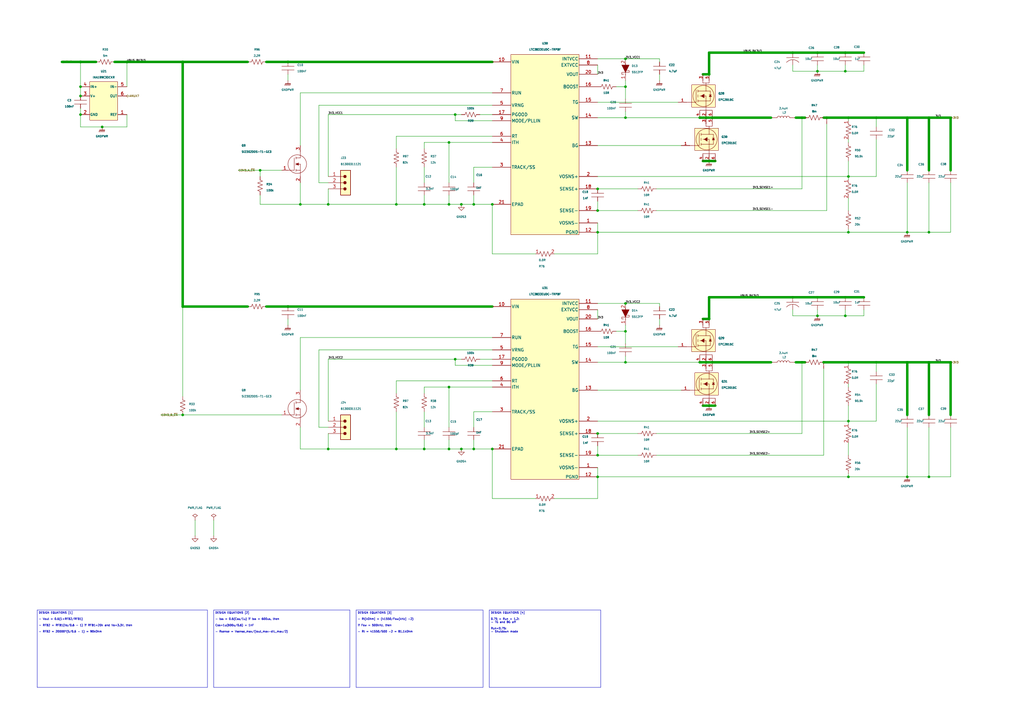
<source format=kicad_sch>
(kicad_sch (version 20230121) (generator eeschema)
  (paper "A3")
  (title_block (title "Reliability Enhanced Electrical Power System") (date "2023-08-03") (rev "v0.0") (comment 1 "Davi Figueiredo <figueiredo.davi7@gmail.com> ") (comment 2 "João C. E. Barcellos <joaoclaudiobarcellos@gmail.com>") (comment 3 "Laura Debastiani <laudebastiani@gmail.com>"))
  (junction (at 346.71 29.21))
  (junction (at 381 195.58))
  (junction (at 201.93 83.82))
  (junction (at 335.28 21.59))
  (junction (at 347.98 72.39))
  (junction (at 184.15 158.75))
  (junction (at 162.56 184.15))
  (junction (at 74.93 125.73))
  (junction (at 337.82 148.59))
  (junction (at 33.02 46.99))
  (junction (at 325.12 121.92))
  (junction (at 134.62 184.15))
  (junction (at 372.11 48.26))
  (junction (at 184.15 58.42))
  (junction (at 245.11 86.36))
  (junction (at 256.54 24.13))
  (junction (at 33.02 35.56))
  (junction (at 256.54 124.46))
  (junction (at 359.41 48.26))
  (junction (at 347.98 148.59))
  (junction (at 118.11 125.73))
  (junction (at 33.02 25.4))
  (junction (at 339.09 48.26))
  (junction (at 74.93 170.18))
  (junction (at 186.69 147.32))
  (junction (at 346.71 129.54))
  (junction (at 256.54 35.56))
  (junction (at 372.11 195.58))
  (junction (at 106.68 69.85))
  (junction (at 189.23 83.82))
  (junction (at 359.41 148.59))
  (junction (at 328.93 48.26))
  (junction (at 292.1 48.26))
  (junction (at 245.11 77.47))
  (junction (at 290.83 130.81))
  (junction (at 184.15 83.82))
  (junction (at 184.15 184.15))
  (junction (at 189.23 184.15))
  (junction (at 245.11 186.69))
  (junction (at 381 148.59))
  (junction (at 186.69 46.99))
  (junction (at 256.54 148.59))
  (junction (at 289.56 148.59))
  (junction (at 256.54 135.89))
  (junction (at 173.99 83.82))
  (junction (at 381 95.25))
  (junction (at 372.11 148.59))
  (junction (at 287.02 148.59))
  (junction (at 162.56 83.82))
  (junction (at 335.28 29.21))
  (junction (at 173.99 184.15))
  (junction (at 347.98 195.58))
  (junction (at 346.71 121.92))
  (junction (at 335.28 129.54))
  (junction (at 325.12 21.59))
  (junction (at 245.11 177.8))
  (junction (at 245.11 195.58))
  (junction (at 328.93 148.59))
  (junction (at 118.11 25.4))
  (junction (at 201.93 184.15))
  (junction (at 123.19 83.82))
  (junction (at 347.98 48.26))
  (junction (at 335.28 121.92))
  (junction (at 245.11 95.25))
  (junction (at 287.02 48.26))
  (junction (at 290.83 166.37))
  (junction (at 372.11 95.25))
  (junction (at 134.62 83.82))
  (junction (at 346.71 21.59))
  (junction (at 347.98 95.25))
  (junction (at 256.54 48.26))
  (junction (at 33.02 39.37))
  (junction (at 194.31 83.82))
  (junction (at 52.07 25.4))
  (junction (at 347.98 172.72))
  (junction (at 290.83 66.04))
  (junction (at 194.31 184.15))
  (junction (at 290.83 30.48))
  (junction (at 292.1 148.59))
  (junction (at 289.56 48.26))
  (junction (at 381 48.26))
  (junction (at 74.93 25.4))
  (junction (at 41.91 52.07))
  (wire (pts (xy 372.11 175.26) (xy 372.11 195.58)))
  (wire (pts (xy 194.31 175.26) (xy 194.31 168.91)))
  (wire (pts (xy 328.93 48.26) (xy 330.2 48.26)) (stroke (width 1)))
  (wire (pts (xy 173.99 80.01) (xy 173.99 83.82)))
  (wire (pts (xy 347.98 48.26) (xy 359.41 48.26)) (stroke (width 1)))
  (wire (pts (xy 196.85 46.99) (xy 201.93 46.99)))
  (wire (pts (xy 162.56 68.58) (xy 162.56 83.82)))
  (wire (pts (xy 269.24 186.69) (xy 337.82 186.69)))
  (wire (pts (xy 227.33 204.47) (xy 245.11 204.47)))
  (wire (pts (xy 245.11 77.47) (xy 261.62 77.47)))
  (wire (pts (xy 346.71 121.92) (xy 354.33 121.92)) (stroke (width 1)))
  (wire (pts (xy 118.11 125.73) (xy 201.93 125.73)) (stroke (width 1)))
  (wire (pts (xy 130.81 143.51) (xy 201.93 143.51)))
  (wire (pts (xy 381 48.26) (xy 389.89 48.26)) (stroke (width 1)))
  (wire (pts (xy 245.11 86.36) (xy 261.62 86.36)))
  (wire (pts (xy 184.15 158.75) (xy 184.15 175.26)))
  (wire (pts (xy 134.62 184.15) (xy 162.56 184.15)))
  (wire (pts (xy 347.98 194.31) (xy 347.98 195.58)))
  (wire (pts (xy 134.62 74.93) (xy 130.81 74.93)))
  (wire (pts (xy 359.41 148.59) (xy 372.11 148.59)) (stroke (width 1)))
  (wire (pts (xy 347.98 93.98) (xy 347.98 95.25)))
  (wire (pts (xy 347.98 95.25) (xy 372.11 95.25)))
  (wire (pts (xy 245.11 182.88) (xy 245.11 186.69)))
  (wire (pts (xy 256.54 133.35) (xy 256.54 135.89)))
  (wire (pts (xy 194.31 80.01) (xy 194.31 83.82)))
  (wire (pts (xy 256.54 35.56) (xy 256.54 40.64)))
  (wire (pts (xy 287.02 48.26) (xy 289.56 48.26)) (stroke (width 1)))
  (wire (pts (xy 381 195.58) (xy 389.89 195.58)))
  (wire (pts (xy 186.69 147.32) (xy 189.23 147.32)))
  (wire (pts (xy 162.56 168.91) (xy 162.56 184.15)))
  (wire (pts (xy 372.11 148.59) (xy 381 148.59)) (stroke (width 1)))
  (wire (pts (xy 269.24 177.8) (xy 328.93 177.8)))
  (wire (pts (xy 372.11 74.93) (xy 372.11 95.25)))
  (wire (pts (xy 162.56 184.15) (xy 173.99 184.15)))
  (wire (pts (xy 288.29 130.81) (xy 290.83 130.81)) (stroke (width 1)))
  (wire (pts (xy 292.1 48.26) (xy 316.23 48.26)) (stroke (width 1)))
  (wire (pts (xy 359.41 48.26) (xy 372.11 48.26)) (stroke (width 1)))
  (wire (pts (xy 289.56 48.26) (xy 292.1 48.26)) (stroke (width 1)))
  (wire (pts (xy 219.71 104.14) (xy 201.93 104.14)))
  (wire (pts (xy 245.11 59.69) (xy 279.4 59.69)))
  (wire (pts (xy 134.62 46.99) (xy 186.69 46.99)))
  (wire (pts (xy 74.93 170.18) (xy 115.57 170.18)))
  (wire (pts (xy 184.15 80.01) (xy 184.15 83.82)))
  (wire (pts (xy 290.83 30.48) (xy 290.83 21.59)) (stroke (width 1)))
  (wire (pts (xy 33.02 25.4) (xy 33.02 35.56)))
  (wire (pts (xy 173.99 184.15) (xy 184.15 184.15)))
  (wire (pts (xy 201.93 156.21) (xy 162.56 156.21)))
  (wire (pts (xy 359.41 172.72) (xy 347.98 172.72)))
  (wire (pts (xy 106.68 69.85) (xy 115.57 69.85)))
  (wire (pts (xy 130.81 143.51) (xy 130.81 175.26)))
  (wire (pts (xy 74.93 125.73) (xy 101.6 125.73)) (stroke (width 1)))
  (wire (pts (xy 173.99 168.91) (xy 173.99 175.26)))
  (wire (pts (xy 106.68 80.01) (xy 106.68 83.82)))
  (wire (pts (xy 74.93 125.73) (xy 74.93 162.56)))
  (wire (pts (xy 173.99 68.58) (xy 173.99 74.93)))
  (wire (pts (xy 337.82 48.26) (xy 339.09 48.26)) (stroke (width 1)))
  (wire (pts (xy 337.82 148.59) (xy 347.98 148.59)) (stroke (width 1)))
  (wire (pts (xy 359.41 72.39) (xy 347.98 72.39)))
  (wire (pts (xy 201.93 204.47) (xy 201.93 184.15)))
  (wire (pts (xy 33.02 44.45) (xy 33.02 46.99)))
  (wire (pts (xy 346.71 129.54) (xy 354.33 129.54)))
  (wire (pts (xy 325.12 21.59) (xy 335.28 21.59)) (stroke (width 1)))
  (wire (pts (xy 245.11 124.46) (xy 256.54 124.46)))
  (wire (pts (xy 74.93 25.4) (xy 101.6 25.4)) (stroke (width 1)))
  (wire (pts (xy 256.54 148.59) (xy 287.02 148.59)))
  (wire (pts (xy 335.28 129.54) (xy 346.71 129.54)))
  (wire (pts (xy 245.11 142.24) (xy 278.13 142.24)))
  (wire (pts (xy 162.56 55.88) (xy 162.56 60.96)))
  (wire (pts (xy 123.19 184.15) (xy 134.62 184.15)))
  (wire (pts (xy 189.23 83.82) (xy 194.31 83.82)))
  (wire (pts (xy 194.31 184.15) (xy 201.93 184.15)))
  (wire (pts (xy 326.39 148.59) (xy 328.93 148.59)) (stroke (width 1)))
  (wire (pts (xy 184.15 180.34) (xy 184.15 184.15)))
  (wire (pts (xy 252.73 35.56) (xy 256.54 35.56)))
  (wire (pts (xy 123.19 38.1) (xy 201.93 38.1)))
  (wire (pts (xy 347.98 195.58) (xy 372.11 195.58)))
  (wire (pts (xy 245.11 191.77) (xy 245.11 195.58)))
  (wire (pts (xy 66.04 170.18) (xy 74.93 170.18)))
  (wire (pts (xy 201.93 149.86) (xy 186.69 149.86)))
  (wire (pts (xy 184.15 58.42) (xy 184.15 74.93)))
  (wire (pts (xy 381 74.93) (xy 381 95.25)))
  (wire (pts (xy 245.11 177.8) (xy 261.62 177.8)))
  (wire (pts (xy 335.28 21.59) (xy 346.71 21.59)) (stroke (width 1)))
  (wire (pts (xy 381 170.18) (xy 381 148.59)) (stroke (width 1)))
  (wire (pts (xy 184.15 158.75) (xy 173.99 158.75)))
  (wire (pts (xy 359.41 57.15) (xy 359.41 72.39)))
  (wire (pts (xy 372.11 148.59) (xy 372.11 170.18)) (stroke (width 1)))
  (wire (pts (xy 219.71 204.47) (xy 201.93 204.47)))
  (wire (pts (xy 41.91 52.07) (xy 52.07 52.07)))
  (wire (pts (xy 173.99 83.82) (xy 184.15 83.82)))
  (wire (pts (xy 173.99 58.42) (xy 173.99 60.96)))
  (wire (pts (xy 80.01 213.36) (xy 80.01 219.71)))
  (wire (pts (xy 326.39 48.26) (xy 328.93 48.26)) (stroke (width 1)))
  (wire (pts (xy 347.98 181.61) (xy 347.98 186.69)))
  (wire (pts (xy 337.82 151.13) (xy 337.82 186.69)))
  (wire (pts (xy 372.11 48.26) (xy 372.11 69.85)) (stroke (width 1)))
  (wire (pts (xy 290.83 21.59) (xy 325.12 21.59)) (stroke (width 1)))
  (wire (pts (xy 245.11 26.67) (xy 245.11 30.48)))
  (wire (pts (xy 189.23 184.15) (xy 194.31 184.15)))
  (wire (pts (xy 186.69 46.99) (xy 189.23 46.99)))
  (wire (pts (xy 325.12 121.92) (xy 335.28 121.92)) (stroke (width 1)))
  (wire (pts (xy 256.54 48.26) (xy 287.02 48.26)))
  (wire (pts (xy 201.93 55.88) (xy 162.56 55.88)))
  (wire (pts (xy 372.11 195.58) (xy 381 195.58)))
  (wire (pts (xy 347.98 81.28) (xy 347.98 86.36)))
  (wire (pts (xy 194.31 68.58) (xy 201.93 68.58)))
  (wire (pts (xy 201.93 49.53) (xy 186.69 49.53)))
  (wire (pts (xy 118.11 25.4) (xy 201.93 25.4)) (stroke (width 1)))
  (wire (pts (xy 347.98 166.37) (xy 347.98 172.72)))
  (wire (pts (xy 335.28 29.21) (xy 346.71 29.21)))
  (wire (pts (xy 347.98 172.72) (xy 347.98 173.99)))
  (wire (pts (xy 347.98 48.26) (xy 347.98 49.53)))
  (wire (pts (xy 173.99 180.34) (xy 173.99 184.15)))
  (wire (pts (xy 194.31 180.34) (xy 194.31 184.15)))
  (wire (pts (xy 347.98 66.04) (xy 347.98 72.39)))
  (wire (pts (xy 245.11 95.25) (xy 347.98 95.25)))
  (wire (pts (xy 346.71 29.21) (xy 354.33 29.21)))
  (wire (pts (xy 245.11 104.14) (xy 245.11 95.25)))
  (wire (pts (xy 33.02 25.4) (xy 39.37 25.4)) (stroke (width 1)))
  (wire (pts (xy 346.71 21.59) (xy 354.33 21.59)) (stroke (width 1)))
  (wire (pts (xy 245.11 195.58) (xy 347.98 195.58)))
  (wire (pts (xy 346.71 127) (xy 346.71 129.54)))
  (wire (pts (xy 270.51 25.4) (xy 270.51 24.13)))
  (wire (pts (xy 109.22 25.4) (xy 118.11 25.4)) (stroke (width 1)))
  (wire (pts (xy 256.54 135.89) (xy 256.54 140.97)))
  (wire (pts (xy 347.98 148.59) (xy 347.98 149.86)))
  (wire (pts (xy 186.69 49.53) (xy 186.69 46.99)))
  (wire (pts (xy 134.62 175.26) (xy 130.81 175.26)))
  (wire (pts (xy 256.54 24.13) (xy 270.51 24.13)))
  (wire (pts (xy 372.11 95.25) (xy 381 95.25)))
  (wire (pts (xy 123.19 175.26) (xy 123.19 184.15)))
  (wire (pts (xy 106.68 69.85) (xy 106.68 72.39)))
  (wire (pts (xy 118.11 130.81) (xy 118.11 133.35)))
  (wire (pts (xy 290.83 66.04) (xy 293.37 66.04)) (stroke (width 1)))
  (wire (pts (xy 389.89 74.93) (xy 389.89 95.25)))
  (wire (pts (xy 288.29 30.48) (xy 290.83 30.48)) (stroke (width 1)))
  (wire (pts (xy 245.11 148.59) (xy 256.54 148.59)))
  (wire (pts (xy 201.93 158.75) (xy 184.15 158.75)))
  (wire (pts (xy 256.54 124.46) (xy 270.51 124.46)))
  (wire (pts (xy 33.02 35.56) (xy 33.02 39.37)))
  (wire (pts (xy 354.33 127) (xy 354.33 129.54)))
  (wire (pts (xy 270.51 30.48) (xy 270.51 33.02)))
  (wire (pts (xy 328.93 148.59) (xy 330.2 148.59)) (stroke (width 1)))
  (wire (pts (xy 335.28 121.92) (xy 346.71 121.92)) (stroke (width 1)))
  (wire (pts (xy 256.54 45.72) (xy 256.54 48.26)))
  (wire (pts (xy 252.73 135.89) (xy 256.54 135.89)))
  (wire (pts (xy 134.62 147.32) (xy 134.62 172.72)))
  (wire (pts (xy 162.56 156.21) (xy 162.56 161.29)))
  (wire (pts (xy 288.29 66.04) (xy 290.83 66.04)) (stroke (width 1)))
  (wire (pts (xy 184.15 58.42) (xy 173.99 58.42)))
  (wire (pts (xy 290.83 121.92) (xy 325.12 121.92)) (stroke (width 1)))
  (wire (pts (xy 347.98 72.39) (xy 347.98 73.66)))
  (wire (pts (xy 347.98 157.48) (xy 347.98 158.75)))
  (wire (pts (xy 106.68 83.82) (xy 123.19 83.82)))
  (wire (pts (xy 245.11 204.47) (xy 245.11 195.58)))
  (wire (pts (xy 201.93 104.14) (xy 201.93 83.82)))
  (wire (pts (xy 381 148.59) (xy 389.89 148.59)) (stroke (width 1)))
  (wire (pts (xy 325.12 29.21) (xy 335.28 29.21)))
  (wire (pts (xy 52.07 52.07) (xy 52.07 46.99)))
  (wire (pts (xy 134.62 46.99) (xy 134.62 72.39)))
  (wire (pts (xy 245.11 186.69) (xy 261.62 186.69)))
  (wire (pts (xy 328.93 77.47) (xy 328.93 48.26)))
  (wire (pts (xy 134.62 77.47) (xy 134.62 83.82)))
  (wire (pts (xy 325.12 26.67) (xy 325.12 29.21)))
  (wire (pts (xy 359.41 157.48) (xy 359.41 172.72)))
  (wire (pts (xy 134.62 83.82) (xy 162.56 83.82)))
  (wire (pts (xy 269.24 86.36) (xy 339.09 86.36)))
  (wire (pts (xy 245.11 82.55) (xy 245.11 86.36)))
  (wire (pts (xy 123.19 74.93) (xy 123.19 83.82)))
  (wire (pts (xy 130.81 43.18) (xy 201.93 43.18)))
  (wire (pts (xy 389.89 48.26) (xy 389.89 69.85)) (stroke (width 1)))
  (wire (pts (xy 123.19 59.69) (xy 123.19 38.1)))
  (wire (pts (xy 339.09 48.26) (xy 347.98 48.26)) (stroke (width 1)))
  (wire (pts (xy 269.24 77.47) (xy 328.93 77.47)))
  (wire (pts (xy 33.02 46.99) (xy 33.02 52.07)))
  (wire (pts (xy 359.41 48.26) (xy 359.41 52.07)))
  (wire (pts (xy 52.07 25.4) (xy 74.93 25.4)) (stroke (width 1)))
  (wire (pts (xy 123.19 83.82) (xy 134.62 83.82)))
  (wire (pts (xy 245.11 48.26) (xy 256.54 48.26)))
  (wire (pts (xy 134.62 147.32) (xy 186.69 147.32)))
  (wire (pts (xy 184.15 184.15) (xy 189.23 184.15)))
  (wire (pts (xy 354.33 26.67) (xy 354.33 29.21)))
  (wire (pts (xy 347.98 148.59) (xy 359.41 148.59)) (stroke (width 1)))
  (wire (pts (xy 123.19 160.02) (xy 123.19 138.43)))
  (wire (pts (xy 201.93 58.42) (xy 184.15 58.42)))
  (wire (pts (xy 245.11 24.13) (xy 256.54 24.13)))
  (wire (pts (xy 33.02 52.07) (xy 41.91 52.07)))
  (wire (pts (xy 328.93 177.8) (xy 328.93 148.59)))
  (wire (pts (xy 325.12 129.54) (xy 335.28 129.54)))
  (wire (pts (xy 381 175.26) (xy 381 195.58)))
  (wire (pts (xy 346.71 26.67) (xy 346.71 29.21)))
  (wire (pts (xy 245.11 127) (xy 245.11 130.81)))
  (wire (pts (xy 270.51 130.81) (xy 270.51 133.35)))
  (wire (pts (xy 25.4 25.4) (xy 33.02 25.4)) (stroke (width 1)))
  (wire (pts (xy 194.31 83.82) (xy 201.93 83.82)))
  (wire (pts (xy 87.63 213.36) (xy 87.63 219.71)))
  (wire (pts (xy 256.54 146.05) (xy 256.54 148.59)))
  (wire (pts (xy 389.89 148.59) (xy 389.89 170.18)) (stroke (width 1)))
  (wire (pts (xy 290.83 166.37) (xy 293.37 166.37)) (stroke (width 1)))
  (wire (pts (xy 335.28 127) (xy 335.28 129.54)))
  (wire (pts (xy 162.56 83.82) (xy 173.99 83.82)))
  (wire (pts (xy 339.09 86.36) (xy 339.09 50.8)))
  (wire (pts (xy 245.11 72.39) (xy 347.98 72.39)))
  (wire (pts (xy 270.51 125.73) (xy 270.51 124.46)))
  (wire (pts (xy 196.85 147.32) (xy 201.93 147.32)))
  (wire (pts (xy 347.98 57.15) (xy 347.98 58.42)))
  (wire (pts (xy 389.89 175.26) (xy 389.89 195.58)))
  (wire (pts (xy 290.83 130.81) (xy 290.83 121.92)) (stroke (width 1)))
  (wire (pts (xy 381 95.25) (xy 389.89 95.25)))
  (wire (pts (xy 184.15 83.82) (xy 189.23 83.82)))
  (wire (pts (xy 123.19 138.43) (xy 201.93 138.43)))
  (wire (pts (xy 292.1 148.59) (xy 316.23 148.59)) (stroke (width 1)))
  (wire (pts (xy 194.31 168.91) (xy 201.93 168.91)))
  (wire (pts (xy 186.69 149.86) (xy 186.69 147.32)))
  (wire (pts (xy 359.41 148.59) (xy 359.41 152.4)))
  (wire (pts (xy 245.11 172.72) (xy 347.98 172.72)))
  (wire (pts (xy 372.11 48.26) (xy 381 48.26)) (stroke (width 1)))
  (wire (pts (xy 289.56 148.59) (xy 292.1 148.59)) (stroke (width 1)))
  (wire (pts (xy 134.62 177.8) (xy 134.62 184.15)))
  (wire (pts (xy 245.11 41.91) (xy 278.13 41.91)))
  (wire (pts (xy 288.29 166.37) (xy 290.83 166.37)) (stroke (width 1)))
  (wire (pts (xy 227.33 104.14) (xy 245.11 104.14)))
  (wire (pts (xy 325.12 127) (xy 325.12 129.54)))
  (wire (pts (xy 194.31 74.93) (xy 194.31 68.58)))
  (wire (pts (xy 46.99 25.4) (xy 52.07 25.4)) (stroke (width 1)))
  (wire (pts (xy 173.99 158.75) (xy 173.99 161.29)))
  (wire (pts (xy 74.93 25.4) (xy 74.93 125.73)) (stroke (width 1)))
  (wire (pts (xy 130.81 43.18) (xy 130.81 74.93)))
  (wire (pts (xy 118.11 30.48) (xy 118.11 33.02)))
  (wire (pts (xy 335.28 26.67) (xy 335.28 29.21)))
  (wire (pts (xy 256.54 33.02) (xy 256.54 35.56)))
  (wire (pts (xy 245.11 91.44) (xy 245.11 95.25)))
  (wire (pts (xy 97.79 69.85) (xy 106.68 69.85)))
  (wire (pts (xy 245.11 160.02) (xy 279.4 160.02)))
  (wire (pts (xy 287.02 148.59) (xy 289.56 148.59)) (stroke (width 1)))
  (wire (pts (xy 52.07 25.4) (xy 52.07 35.56)))
  (wire (pts (xy 381 69.85) (xy 381 48.26)) (stroke (width 1)))
  (wire (pts (xy 109.22 125.73) (xy 118.11 125.73)) (stroke (width 1)))
  (text_box "DESIGN EQUATIONS [4] \n\n0.75 < Run < 1.2: \n- TG and BG off \n\nRun<0.75: \n- Shutdown mode \n" (at 200.66 250.19 0) (size 45.72 31.75) (effects (font (size 0.8 0.8)) (justify left top)))
  (text_box "DESIGN EQUATIONS [1] \n\n- Vout = 0.6(1+RFB2/RFB1) \n\n- RFB2 = RFB1(Vo/0.6 - 1) if RFB1=20k and Vo=3.3V, then \n\n- RFB2 = 20000*(5/0.6 - 1) = 90kOhm \n" (at 15.24 250.19 0) (size 69.85 31.75) (effects (font (size 0.8 0.8)) (justify left top)))
  (text_box "DESIGN EQUATIONS [3] \n\n- Rt[kOhm] = (41550/Fsw[kHz] -2) \n\nif Fsw = 500kHz, then \n\n- Rt = 41550/500 -2 = 81.1kOhm \n" (at 146.05 250.19 0) (size 52.07 31.75) (effects (font (size 0.8 0.8)) (justify left top)))
  (text_box "DESIGN EQUATIONS [2] \n\n- tss = 0.6(Css/1u) if tss = 600us, then \n\nCss=1u(600u/0.6) = 1nF \n\n- Rsense = Vsense_max/(Iout_max-dIL_max/2) \n" (at 87.63 250.19 0) (size 55.88 31.75) (effects (font (size 0.8 0.8)) (justify left top)))
  (label "3V3_VCC2" (at 134.62 147.32 0) (effects (font (size 0.8 0.8))))
  (label "3V3_VCC1" (at 256.54 24.13 0) (effects (font (size 0.8 0.8))))
  (label "3V3_SENSE2-" (at 307.34 186.69 0) (effects (font (size 0.8 0.8))))
  (label "3V3" (at 383.54 48.26 0) (effects (font (size 0.8 0.8))))
  (label "3V3_VCC2" (at 256.54 124.46 0) (effects (font (size 0.8 0.8))))
  (label "VBUS_BK3V3" (at 52.07 25.4 0) (effects (font (size 0.8 0.8))))
  (label "VBUS_BK3V3" (at 303.53 121.92 0) (effects (font (size 0.8 0.8))))
  (label "3V3_SENSE2+" (at 307.34 177.8 0) (effects (font (size 0.8 0.8))))
  (label "3V3" (at 245.11 130.81 0) (effects (font (size 0.8 0.8))))
  (label "3V3" (at 383.54 148.59 0) (effects (font (size 0.8 0.8))))
  (label "3V3" (at 245.11 30.48 0) (effects (font (size 0.8 0.8))))
  (label "3V3_SENSE1+" (at 308.61 77.47 0) (effects (font (size 0.8 0.8))))
  (label "3V3_SENSE1-" (at 308.61 86.36 0) (effects (font (size 0.8 0.8))))
  (label "3V3_VCC1" (at 134.62 46.99 0) (effects (font (size 0.8 0.8))))
  (label "VBUS_BK3V3" (at 304.8 21.59 0) (effects (font (size 0.8 0.8))))
  (hierarchical_label "3V3_B_~{EN}" (shape input) (at 66.04 170.18 0) (effects (font (size 0.8 0.8))))
  (hierarchical_label "3V3" (shape output) (at 389.89 148.59 0) (effects (font (size 0.8 0.8))))
  (hierarchical_label "3V3" (shape output) (at 389.89 48.26 0) (effects (font (size 0.8 0.8))))
  (hierarchical_label "3V3_A_~{EN}" (shape input) (at 97.79 69.85 0) (effects (font (size 0.8 0.8))))
  (hierarchical_label "VBUS" (shape input) (at 25.4 25.4 0) (effects (font (size 0.8 0.8))))
  (hierarchical_label "AMUX7" (shape output) (at 52.07 39.37 0) (effects (font (size 0.8 0.8))))
  (symbol (lib_id "GCM32ER71H475KA55L:GCM32ER71H475KA55L") (at 270.51 130.81 0) (mirror x) (unit 1)
    (property "Reference" "C23" (at 274.32 127 0) (effects (font (size 0.8 0.8)) (justify left)))
    (property "Value" "4.7uF" (at 274.32 129.54 0) (effects (font (size 0.8 0.8)) (justify left)))
    (property "Footprint" "footprints:GCM32ER71H475KA55L" (effects hide))
    (property "Datasheet" "https://www.murata.com/en-us/products/productdetail?partno=GCM32ER71H475KA55%23" (effects hide))
    (property "automotive" "Yes" (effects hide))
    (property "automotive grade" "Grade 1" (effects hide))
    (property "capacitance" "4.7uF" (effects hide))
    (property "category" "Cap" (effects hide))
    (property "device class L1" "Passive Components" (effects hide))
    (property "device class L2" "Capacitors" (effects hide))
    (property "device class L3" "Ceramic Capacitors" (effects hide))
    (property "height" "2.7mm" (effects hide))
    (property "ipc land pattern name" "CAPC320250X250" (effects hide))
    (property "lead free" "Yes" (effects hide))
    (property "library id" "6d88f107f3aa88d3" (effects hide))
    (property "manufacturer" "Murata" (effects hide))
    (property "material" "Ceramic" (effects hide))
    (property "package" "1210" (effects hide))
    (property "rohs" "Yes" (effects hide))
    (property "temperature characteristic" "X7R" (effects hide))
    (property "temperature coefficient" "15%" (effects hide))
    (property "temperature range high" "+125°C" (effects hide))
    (property "temperature range low" "-55°C" (effects hide))
    (property "tolerance" "10%" (effects hide))
    (property "voltage rating" "50V" (effects hide))
    (instances (project "eps-re_project" (path "" (reference "C23") (unit 1)) (path "" (reference "C111") (unit 1))) (project "5V0_LoadConverter" (path "" (reference "C6") (unit 1))) (project "5V0_LoadConverter" (path "" (reference "C15") (unit 1))))
  )
  (symbol (lib_id "CRCW060382K0FKEA:CRCW060382K0FKEA") (at 162.56 171.45 90) (unit 1)
    (property "Reference" "R97" (at 165.1 164.465 90) (effects (font (size 0.8 0.8)) (justify right)))
    (property "Value" "82k" (at 165.1 167.005 90) (effects (font (size 0.8 0.8)) (justify right)))
    (property "Footprint" "footprints:CRCW060382K0FKEA" (effects hide))
    (property "Datasheet" "CRCW060382K0FKEA" (effects hide))
    (instances (project "eps-re_project" (path "" (reference "R97") (unit 1)) (path "" (reference "R98") (unit 1))))
  )
  (symbol (lib_id "power:GNDPWR") (at 41.91 52.07 0) (unit 1)
    (property "Reference" "#PWR070" (effects hide))
    (property "Value" "GNDPWR" (at 41.783 55.88 0) (effects (font (size 0.8 0.8))))
    (instances (project "eps-re_project" (path "" (reference "#PWR070") (unit 1)) (path "" (reference "#PWR06") (unit 1))))
  )
  (symbol (lib_id "CRCW060310R0FKEAHP:CRCW060310R0FKEAHP") (at 257.556 35.56 180) (unit 1)
    (property "Reference" "R41" (at 248.666 33.02 0) (effects (font (size 0.8 0.8))))
    (property "Value" "10R" (at 248.666 38.1 0) (effects (font (size 0.8 0.8))))
    (property "Footprint" "footprints:CRCW060310R0FKEAHP" (effects hide))
    (property "Datasheet" "http://www.farnell.com/datasheets/1885357.pdf" (effects hide))
    (property "Description" "CRCW Power Resistor 0603 0.25W 10R 1% Vishay CRCW Series Thick Film Power Resistor 0603 Case 10 +/-1% 0.1W +/-100ppm/K" (effects hide))
    (property "Height" "0.5" (effects hide))
    (property "Manufacturer_Name" "Vishay" (effects hide))
    (property "Manufacturer_Part_Number" "CRCW060310R0FKEAHP" (effects hide))
    (property "Mouser Part Number" "71-CRCW060310R0FKEAH" (effects hide))
    (property "Mouser Price/Stock" "https://www.mouser.co.uk/ProductDetail/Vishay-Dale/CRCW060310R0FKEAHP?qs=k2%2FDWSARqgHKJ7AdmQKyZw%3D%3D" (effects hide))
    (property "Arrow Part Number" "CRCW060310R0FKEAHP" (effects hide))
    (property "Arrow Price/Stock" "https://www.arrow.com/en/products/crcw060310r0fkeahp/vishay?region=nac" (effects hide))
    (instances (project "eps-re_project" (path "" (reference "R41") (unit 1)) (path "" (reference "R66") (unit 1))) (project "5V0_LoadConverter" (path "" (reference "R6") (unit 1))) (project "5V0_LoadConverter" (path "" (reference "R13") (unit 1))))
  )
  (symbol (lib_id "CRCW060382K0FKEA:CRCW060382K0FKEA") (at 162.56 71.12 90) (unit 1)
    (property "Reference" "R97" (at 165.1 64.135 90) (effects (font (size 0.8 0.8)) (justify right)))
    (property "Value" "82k" (at 165.1 66.675 90) (effects (font (size 0.8 0.8)) (justify right)))
    (property "Footprint" "footprints:CRCW060382K0FKEA" (effects hide))
    (property "Datasheet" "CRCW060382K0FKEA" (effects hide))
  )
  (symbol (lib_id "INA199C3DCKR:INA199xxDCK") (at 20.32 54.61 0) (unit 1)
    (property "Reference" "U21" (at 42.545 29.21 0) (effects (font (size 0.8 0.8))))
    (property "Value" "INA199C3DCKR" (at 42.545 31.75 0) (effects (font (size 0.8 0.8))))
    (property "Footprint" "Package_TO_SOT_SMD:SOT-363_SC-70-6" (effects hide))
    (property "Datasheet" "http://www.ti.com/lit/ds/symlink/ina199.pdf" (effects hide))
  )
  (symbol (lib_id "C0603C220K5RACAUTO:C0603C220K5RACAUTO") (at 359.41 52.07 0) (unit 1)
    (property "Reference" "C32" (at 367.03 53.34 0) (effects (font (size 0.8 0.8)) (justify right)))
    (property "Value" "22pF" (at 367.03 55.88 0) (effects (font (size 0.8 0.8)) (justify right)))
    (property "Footprint" "footprints:C0603C220K5RACAUTO" (effects hide))
    (property "Datasheet" "https://api.kemet.com/component-edge/download/datasheet/C0603C100J5GACAUTO.pdf" (effects hide))
    (property "automotive" "Yes" (effects hide))
    (property "automotive grade" "Grade 1" (effects hide))
    (property "capacitance" "22 pF" (effects hide))
    (property "category" "Cap" (effects hide))
    (property "device class L1" "Passive Components" (effects hide))
    (property "device class L2" "Capacitors" (effects hide))
    (property "device class L3" "Ceramic Capacitors" (effects hide))
    (property "digikey description" "Cap Ceramic 22pF 50V X7R 10% SMD 0603 125°C Punched Paper T/R" (effects hide))
    (property "digikey part number" "399-13715-2-ND" (effects hide))
    (property "height" "0.87mm" (effects hide))
    (property "lead free" "Yes" (effects hide))
    (property "library id" "f369d16140aeee74" (effects hide))
    (property "manufacturer" "KEMET" (effects hide))
    (property "material" "Ceramic" (effects hide))
    (property "mouser description" "Cap Ceramic 22pF 50V X7R 10% SMD 0603 125°C Punched Paper T/R" (effects hide))
    (property "mouser part number" "80-C0603C220K5RAUTO" (effects hide))
    (property "package" "0603" (effects hide))
    (property "rohs" "Yes" (effects hide))
    (property "temperature characteristic" "X7R" (effects hide))
    (property "temperature coefficient" "30ppm/°C" (effects hide))
    (property "temperature range high" "+125°C" (effects hide))
    (property "temperature range low" "-55°C" (effects hide))
    (property "tolerance" "0.1" (effects hide))
    (property "voltage rating" "50 V" (effects hide))
    (instances (project "eps-re_project" (path "" (reference "C32") (unit 1)) (path "" (reference "C120") (unit 1))) (project "5V0_LoadConverter" (path "" (reference "C12") (unit 1))) (project "5V0_LoadConverter" (path "" (reference "C25") (unit 1))))
  )
  (symbol (lib_id "C0603C102F3GACTU:C0603C102F3GACTU") (at 245.11 177.8 0) (unit 1)
    (property "Reference" "C19" (at 241.3 179.07 0) (effects (font (size 0.8 0.8)) (justify right)))
    (property "Value" "1nF" (at 241.3 181.61 0) (effects (font (size 0.8 0.8)) (justify right)))
    (property "Footprint" "footprints:C0603C102F3GACTU" (effects hide))
    (property "Datasheet" "https://api.kemet.com/component-edge/download/datasheet/C0603C100J5GACAUTO.pdf" (effects hide))
    (property "automotive" "Yes" (effects hide))
    (property "automotive grade" "Grade 1" (effects hide))
    (property "capacitance" "1,000 pF" (effects hide))
    (property "category" "Cap" (effects hide))
    (property "device class L1" "Passive Components" (effects hide))
    (property "device class L2" "Capacitors" (effects hide))
    (property "device class L3" "Ceramic Capacitors" (effects hide))
    (property "digikey description" "CAP CER 1000PF 25V 1% NP0 0603" (effects hide))
    (property "digikey part number" "C0603C102F3GACTU-ND" (effects hide))
    (property "height" "0.87mm" (effects hide))
    (property "lead free" "Yes" (effects hide))
    (property "library id" "46f08c8db7ea7e1d" (effects hide))
    (property "manufacturer" "KEMET" (effects hide))
    (property "material" "Ceramic" (effects hide))
    (property "mouser description" "Capacitor, Ceramic, 1Nf, 25Vdc, 1-% Tol, 1+% Tol, C0g-Tc Code, -30, 30Ppm-Tc" (effects hide))
    (property "mouser part number" "80-C0603C102F3G" (effects hide))
    (property "package" "0603" (effects hide))
    (property "rohs" "Yes" (effects hide))
    (property "temperature characteristic" "C0G" (effects hide))
    (property "temperature coefficient" "30ppm/°C" (effects hide))
    (property "temperature range high" "+125°C" (effects hide))
    (property "temperature range low" "-55°C" (effects hide))
    (property "tolerance" "0.01" (effects hide))
    (property "voltage rating" "25 V" (effects hide))
    (instances (project "eps-re_project" (path "" (reference "C19") (unit 1)) (path "" (reference "C107") (unit 1))) (project "5V0_LoadConverter" (path "" (reference "C2") (unit 1))) (project "5V0_LoadConverter" (path "" (reference "C11") (unit 1))))
  )
  (symbol (lib_id "C0603C104K5RACTU:C0603C104K5RACTU") (at 118.11 30.48 0) (mirror x) (unit 1)
    (property "Reference" "C10" (at 121.92 26.67 0) (effects (font (size 0.8 0.8)) (justify left)))
    (property "Value" "100nF" (at 121.92 29.21 0) (effects (font (size 0.8 0.8)) (justify left)))
    (property "Footprint" "footprints:C0603C104K5RACTU" (effects hide))
    (property "Datasheet" "https://api.kemet.com/component-edge/download/datasheet/C0603C100J5GACAUTO.pdf" (effects hide))
    (property "automotive" "Yes" (effects hide))
    (property "automotive grade" "Grade 1" (effects hide))
    (property "capacitance" "0.10 μF" (effects hide))
    (property "category" "Cap" (effects hide))
    (property "device class L1" "Passive Components" (effects hide))
    (property "device class L2" "Capacitors" (effects hide))
    (property "device class L3" "Ceramic Capacitors" (effects hide))
    (property "digikey description" "CAP CER 0.1UF 50V X7R 0603" (effects hide))
    (property "digikey part number" "399-5089-2-ND" (effects hide))
    (property "height" "0.87mm" (effects hide))
    (property "lead free" "Yes" (effects hide))
    (property "library id" "73022d3323b2b2b8" (effects hide))
    (property "manufacturer" "KEMET" (effects hide))
    (property "material" "Ceramic" (effects hide))
    (property "mouser part number" "80-C0603C104K5R7867" (effects hide))
    (property "package" "0603" (effects hide))
    (property "rohs" "Yes" (effects hide))
    (property "temperature characteristic" "X7R" (effects hide))
    (property "temperature coefficient" "30ppm/°C" (effects hide))
    (property "temperature range high" "+125°C" (effects hide))
    (property "temperature range low" "-55°C" (effects hide))
    (property "tolerance" "0.1" (effects hide))
    (property "voltage rating" "50 V" (effects hide))
    (instances (project "eps-re_project" (path "" (reference "C10") (unit 1)) (path "" (reference "C98") (unit 1))) (project "5V0_LoadConverter" (path "" (reference "C1") (unit 1))) (project "5V0_LoadConverter" (path "" (reference "C7") (unit 1))))
  )
  (symbol (lib_id "power:GNDPWR") (at 372.11 95.25 0) (unit 1)
    (property "Reference" "#PWR067" (effects hide))
    (property "Value" "GNDPWR" (at 371.983 99.06 0) (effects (font (size 0.8 0.8))))
    (instances (project "eps-re_project" (path "" (reference "#PWR067") (unit 1)) (path "" (reference "#PWR0107") (unit 1))))
  )
  (symbol (lib_id "C1210C106K5RACTU:C1210C106K5RACTU") (at 335.28 121.92 0) (unit 1)
    (property "Reference" "C27" (at 331.5716 119.9896 0) (effects (font (size 0.8 0.8)) (justify left)))
    (property "Value" "10uF" (at 330.2 124.46 0) (effects (font (size 0.8 0.8)) (justify left)))
    (property "Footprint" "footprints:C1210C106K5RACTU" (effects hide))
    (property "Datasheet" "https://content.kemet.com/datasheets/KEM_C1002_X7R_SMD.pdf" (effects hide))
    (property "automotive" "No" (effects hide))
    (property "capacitance" "10uF" (effects hide))
    (property "category" "Cap" (effects hide))
    (property "device class L1" "Passive Components" (effects hide))
    (property "device class L2" "Capacitors" (effects hide))
    (property "device class L3" "Ceramic Capacitors" (effects hide))
    (property "digikey description" "CAP CER 10UF 50V X7R 1210" (effects hide))
    (property "digikey part number" "399-11629-1-ND" (effects hide))
    (property "height" "2.8mm" (effects hide))
    (property "ipc land pattern name" "CAPC320250X250" (effects hide))
    (property "lead free" "Yes" (effects hide))
    (property "library id" "80b9cd679ce51e4b" (effects hide))
    (property "manufacturer" "KEMET" (effects hide))
    (property "material" "Ceramic" (effects hide))
    (property "mouser description" "Multilayer Ceramic Capacitors MLCC - SMD/SMT 50volts 10uF 10% X7R" (effects hide))
    (property "mouser part number" "80-C1210C106K5R" (effects hide))
    (property "package" "1210" (effects hide))
    (property "rohs" "Yes" (effects hide))
    (property "temperature characteristic" "X7R" (effects hide))
    (property "temperature coefficient" "15%" (effects hide))
    (property "temperature range high" "+125°C" (effects hide))
    (property "temperature range low" "-55°C" (effects hide))
    (property "tolerance" "10%" (effects hide))
    (property "voltage rating" "50V" (effects hide))
    (instances (project "eps-re_project" (path "" (reference "C27") (unit 1)) (path "" (reference "C115") (unit 1))) (project "5V0_LoadConverter" (path "" (reference "C9") (unit 1))) (project "5V0_LoadConverter" (path "" (reference "C19") (unit 1))))
  )
  (symbol (lib_id "C1210C106K5RACTU:C1210C106K5RACTU") (at 335.28 21.59 0) (unit 1)
    (property "Reference" "C26" (at 331.5716 19.6596 0) (effects (font (size 0.8 0.8)) (justify left)))
    (property "Value" "10uF" (at 330.2 24.13 0) (effects (font (size 0.8 0.8)) (justify left)))
    (property "Footprint" "footprints:C1210C106K5RACTU" (effects hide))
    (property "Datasheet" "https://content.kemet.com/datasheets/KEM_C1002_X7R_SMD.pdf" (effects hide))
    (property "automotive" "No" (effects hide))
    (property "capacitance" "10uF" (effects hide))
    (property "category" "Cap" (effects hide))
    (property "device class L1" "Passive Components" (effects hide))
    (property "device class L2" "Capacitors" (effects hide))
    (property "device class L3" "Ceramic Capacitors" (effects hide))
    (property "digikey description" "CAP CER 10UF 50V X7R 1210" (effects hide))
    (property "digikey part number" "399-11629-1-ND" (effects hide))
    (property "height" "2.8mm" (effects hide))
    (property "ipc land pattern name" "CAPC320250X250" (effects hide))
    (property "lead free" "Yes" (effects hide))
    (property "library id" "80b9cd679ce51e4b" (effects hide))
    (property "manufacturer" "KEMET" (effects hide))
    (property "material" "Ceramic" (effects hide))
    (property "mouser description" "Multilayer Ceramic Capacitors MLCC - SMD/SMT 50volts 10uF 10% X7R" (effects hide))
    (property "mouser part number" "80-C1210C106K5R" (effects hide))
    (property "package" "1210" (effects hide))
    (property "rohs" "Yes" (effects hide))
    (property "temperature characteristic" "X7R" (effects hide))
    (property "temperature coefficient" "15%" (effects hide))
    (property "temperature range high" "+125°C" (effects hide))
    (property "temperature range low" "-55°C" (effects hide))
    (property "tolerance" "10%" (effects hide))
    (property "voltage rating" "50V" (effects hide))
    (instances (project "eps-re_project" (path "" (reference "C26") (unit 1)) (path "" (reference "C114") (unit 1))) (project "5V0_LoadConverter" (path "" (reference "C9") (unit 1))) (project "5V0_LoadConverter" (path "" (reference "C19") (unit 1))))
  )
  (symbol (lib_id "power:GNDPWR") (at 290.83 166.37 0) (unit 1)
    (property "Reference" "#PWR059" (effects hide))
    (property "Value" "GNDPWR" (at 290.703 170.18 0) (effects (font (size 0.8 0.8))))
    (instances (project "eps-re_project" (path "" (reference "#PWR059") (unit 1)) (path "" (reference "#PWR079") (unit 1))))
  )
  (symbol (lib_id "WSL20105L000FEA:WSL20105L000FEA") (at 36.83 25.4 0) (unit 1)
    (property "Reference" "R30" (at 43.18 20.32 0) (effects (font (size 0.8 0.8))))
    (property "Value" "5m" (at 43.18 22.86 0) (effects (font (size 0.8 0.8))))
    (property "Footprint" "footprints:WSL20105L000FEA" (effects hide))
    (property "Datasheet" "WSL20105L000FEA" (effects hide))
    (instances (project "eps-re_project" (path "" (reference "R30") (unit 1)) (path "" (reference "R29") (unit 1))))
  )
  (symbol (lib_id "CRCW060310R0FKEAHP:CRCW060310R0FKEAHP") (at 274.066 86.36 180) (unit 1)
    (property "Reference" "R41" (at 265.176 83.82 0) (effects (font (size 0.8 0.8))))
    (property "Value" "10R" (at 265.176 88.9 0) (effects (font (size 0.8 0.8))))
    (property "Footprint" "footprints:CRCW060310R0FKEAHP" (effects hide))
    (property "Datasheet" "http://www.farnell.com/datasheets/1885357.pdf" (effects hide))
    (property "Description" "CRCW Power Resistor 0603 0.25W 10R 1% Vishay CRCW Series Thick Film Power Resistor 0603 Case 10 +/-1% 0.1W +/-100ppm/K" (effects hide))
    (property "Height" "0.5" (effects hide))
    (property "Manufacturer_Name" "Vishay" (effects hide))
    (property "Manufacturer_Part_Number" "CRCW060310R0FKEAHP" (effects hide))
    (property "Mouser Part Number" "71-CRCW060310R0FKEAH" (effects hide))
    (property "Mouser Price/Stock" "https://www.mouser.co.uk/ProductDetail/Vishay-Dale/CRCW060310R0FKEAHP?qs=k2%2FDWSARqgHKJ7AdmQKyZw%3D%3D" (effects hide))
    (property "Arrow Part Number" "CRCW060310R0FKEAHP" (effects hide))
    (property "Arrow Price/Stock" "https://www.arrow.com/en/products/crcw060310r0fkeahp/vishay?region=nac" (effects hide))
    (instances (project "eps-re_project" (path "" (reference "R41") (unit 1)) (path "" (reference "R65") (unit 1))) (project "5V0_LoadConverter" (path "" (reference "R6") (unit 1))) (project "5V0_LoadConverter" (path "" (reference "R13") (unit 1))))
  )
  (symbol (lib_id "CRCW060312K0FKEAHP:CRCW060312K0FKEAHP") (at 173.99 58.42 270) (unit 1)
    (property "Reference" "R37" (at 176.53 64.135 90) (effects (font (size 0.8 0.8)) (justify left)))
    (property "Value" "12k" (at 176.53 66.675 90) (effects (font (size 0.8 0.8)) (justify left)))
    (property "Footprint" "footprints:CRCW060312K0FKEAHP" (effects hide))
    (property "Datasheet" "http://www.vishay.com/docs/20043/crcwhpe3.pdf" (effects hide))
    (property "automotive" "Yes" (effects hide))
    (property "automotive grade" "Grade 0" (effects hide))
    (property "category" "Res" (effects hide))
    (property "composition" "Thick Film" (effects hide))
    (property "device class L1" "Passive Components" (effects hide))
    (property "device class L2" "Resistors" (effects hide))
    (property "device class L3" "Chip SMD Resistors" (effects hide))
    (property "height" "0.55mm" (effects hide))
    (property "ipc land pattern name" "RESC16085X45" (effects hide))
    (property "lead free" "Yes" (effects hide))
    (property "library id" "e050c09dfdbc8558" (effects hide))
    (property "manufacturer" "Vishay" (effects hide))
    (property "package" "0603" (effects hide))
    (property "power" "250mW" (effects hide))
    (property "power rating" "0.33W" (effects hide))
    (property "resistance" "12kΩ" (effects hide))
    (property "rohs" "Yes" (effects hide))
    (property "series" "CRCW-HP e3" (effects hide))
    (property "temperature coefficient" "100ppm/°C" (effects hide))
    (property "temperature range high" "+155°C" (effects hide))
    (property "temperature range low" "-55°C" (effects hide))
    (property "tolerance" "1%" (effects hide))
    (property "voltage rating" "75V" (effects hide))
    (instances (project "eps-re_project" (path "" (reference "R37") (unit 1)) (path "" (reference "R127") (unit 1))) (project "5V0_LoadConverter" (path "" (reference "R2") (unit 1))) (project "5V0_LoadConverter" (path "" (reference "R7") (unit 1))))
  )
  (symbol (lib_id "SS12FP:SS12FP") (at 256.54 139.7 90) (unit 1)
    (property "Reference" "D14" (at 259.08 127.381 90) (effects (font (size 0.8 0.8)) (justify right)))
    (property "Value" "SS12FP" (at 259.08 129.921 90) (effects (font (size 0.8 0.8)) (justify right)))
    (property "Footprint" "footprints:SS12FP" (effects hide))
    (property "Datasheet" "http://www.onsemi.com/pub/Collateral/S110FP-D.pdf" (effects hide))
    (property "Height" "1" (effects hide))
    (property "Mouser Part Number" "512-SS12FP" (effects hide))
    (property "Mouser Price/Stock" "https://www.mouser.co.uk/ProductDetail/ON-Semiconductor-Fairchild/SS12FP?qs=R26iFe%2FkX%2FLDfxY7OgqtVg%3D%3D" (effects hide))
    (property "Manufacturer_Name" "onsemi" (effects hide))
    (property "Manufacturer_Part_Number" "SS12FP" (effects hide))
    (instances (project "eps-re_project" (path "" (reference "D14") (unit 1)) (path "" (reference "D4") (unit 1))))
  )
  (symbol (lib_id "GCM32ER71C226KE19L:GCM32ER71C226KE19L") (at 389.89 170.18 0) (unit 1)
    (property "Reference" "C39" (at 385.7244 167.64 0) (effects (font (size 0.8 0.8)) (justify left)))
    (property "Value" "22uF" (at 384.81 172.72 0) (effects (font (size 0.8 0.8)) (justify left)))
    (property "Footprint" "footprints:GCM32ER71C226KE19L" (effects hide))
    (property "Datasheet" "https://www.murata.com/en-us/products/productdetail?partno=GCM32ER71C226KE19%23" (effects hide))
    (property "automotive" "Yes" (effects hide))
    (property "automotive grade" "Grade 1" (effects hide))
    (property "capacitance" "22uF" (effects hide))
    (property "category" "Cap" (effects hide))
    (property "device class L1" "Passive Components" (effects hide))
    (property "device class L2" "Capacitors" (effects hide))
    (property "device class L3" "Ceramic Capacitors" (effects hide))
    (property "digikey description" "Cap Ceramic 22pF 50V X7R 10% SMD 0603 125°C Punched Paper T/R" (effects hide))
    (property "digikey part number" "399-13715-2-ND" (effects hide))
    (property "height" "2.7mm" (effects hide))
    (property "lead free" "Yes" (effects hide))
    (property "library id" "c3f1d06b93fd8ef7" (effects hide))
    (property "manufacturer" "Murata" (effects hide))
    (property "material" "Ceramic" (effects hide))
    (property "mouser description" "Cap Ceramic 22pF 50V X7R 10% SMD 0603 125°C Punched Paper T/R" (effects hide))
    (property "mouser part number" "80-C0603C220K5RAUTO" (effects hide))
    (property "package" "1210" (effects hide))
    (property "rohs" "Yes" (effects hide))
    (property "temperature characteristic" "X7R" (effects hide))
    (property "temperature coefficient" "15%" (effects hide))
    (property "temperature range high" "+125°C" (effects hide))
    (property "temperature range low" "-55°C" (effects hide))
    (property "tolerance" "10%" (effects hide))
    (property "voltage rating" "16V" (effects hide))
    (property "ipc land pattern name" "CAPC320250X250" (effects hide))
    (instances (project "eps-re_project" (path "" (reference "C39") (unit 1)) (path "" (reference "C127") (unit 1))) (project "5V0_LoadConverter" (path "" (reference "C15") (unit 1))) (project "5V0_LoadConverter" (path "" (reference "C31") (unit 1))))
  )
  (symbol (lib_id "CRCW060390K9FKEAHP:CRCW060390K9FKEAHP") (at 347.98 168.91 90) (unit 1)
    (property "Reference" "R54" (at 350.52 161.925 90) (effects (font (size 0.8 0.8)) (justify right)))
    (property "Value" "90.9k" (at 350.52 164.465 90) (effects (font (size 0.8 0.8)) (justify right)))
    (property "Footprint" "footprints:CRCW060390K9FKEAHP" (effects hide))
    (property "Datasheet" "http://www.vishay.com/docs/20043/crcwhpe3.pdf" (effects hide))
    (property "automotive" "Yes" (effects hide))
    (property "automotive grade" "Grade 0" (effects hide))
    (property "category" "Res" (effects hide))
    (property "composition" "Thick Film" (effects hide))
    (property "device class L1" "Passive Components" (effects hide))
    (property "device class L2" "Resistors" (effects hide))
    (property "device class L3" "Chip SMD Resistors" (effects hide))
    (property "height" "0.55mm" (effects hide))
    (property "ipc land pattern name" "RESC16085X45" (effects hide))
    (property "lead free" "Yes" (effects hide))
    (property "library id" "12344a549d2950d0" (effects hide))
    (property "manufacturer" "Vishay" (effects hide))
    (property "package" "0603" (effects hide))
    (property "power" "250mW" (effects hide))
    (property "power rating" "0.33W" (effects hide))
    (property "resistance" "90.9kΩ" (effects hide))
    (property "rohs" "Yes" (effects hide))
    (property "series" "CRCW-HP e3" (effects hide))
    (property "temperature coefficient" "100ppm/°C" (effects hide))
    (property "temperature range high" "+155°C" (effects hide))
    (property "temperature range low" "-55°C" (effects hide))
    (property "tolerance" "1%" (effects hide))
    (property "voltage rating" "75V" (effects hide))
    (instances (project "eps-re_project" (path "" (reference "R54") (unit 1)) (path "" (reference "R144") (unit 1))) (project "5V0_LoadConverter" (path "" (reference "R9") (unit 1))) (project "5V0_LoadConverter" (path "" (reference "R25") (unit 1))))
  )
  (symbol (lib_id "CRCW060310R0FKEAHP:CRCW060310R0FKEAHP") (at 274.066 177.8 180) (unit 1)
    (property "Reference" "R41" (at 265.176 175.26 0) (effects (font (size 0.8 0.8))))
    (property "Value" "10R" (at 265.176 180.34 0) (effects (font (size 0.8 0.8))))
    (property "Footprint" "footprints:CRCW060310R0FKEAHP" (effects hide))
    (property "Datasheet" "http://www.farnell.com/datasheets/1885357.pdf" (effects hide))
    (property "Description" "CRCW Power Resistor 0603 0.25W 10R 1% Vishay CRCW Series Thick Film Power Resistor 0603 Case 10 +/-1% 0.1W +/-100ppm/K" (effects hide))
    (property "Height" "0.5" (effects hide))
    (property "Manufacturer_Name" "Vishay" (effects hide))
    (property "Manufacturer_Part_Number" "CRCW060310R0FKEAHP" (effects hide))
    (property "Mouser Part Number" "71-CRCW060310R0FKEAH" (effects hide))
    (property "Mouser Price/Stock" "https://www.mouser.co.uk/ProductDetail/Vishay-Dale/CRCW060310R0FKEAHP?qs=k2%2FDWSARqgHKJ7AdmQKyZw%3D%3D" (effects hide))
    (property "Arrow Part Number" "CRCW060310R0FKEAHP" (effects hide))
    (property "Arrow Price/Stock" "https://www.arrow.com/en/products/crcw060310r0fkeahp/vishay?region=nac" (effects hide))
    (instances (project "eps-re_project" (path "" (reference "R41") (unit 1)) (path "" (reference "R62") (unit 1))) (project "5V0_LoadConverter" (path "" (reference "R6") (unit 1))) (project "5V0_LoadConverter" (path "" (reference "R13") (unit 1))))
  )
  (symbol (lib_id "C0603C102F3GACTU:C0603C102F3GACTU") (at 245.11 77.47 0) (unit 1)
    (property "Reference" "C18" (at 241.3 78.74 0) (effects (font (size 0.8 0.8)) (justify right)))
    (property "Value" "1nF" (at 241.3 81.28 0) (effects (font (size 0.8 0.8)) (justify right)))
    (property "Footprint" "footprints:C0603C102F3GACTU" (effects hide))
    (property "Datasheet" "https://api.kemet.com/component-edge/download/datasheet/C0603C100J5GACAUTO.pdf" (effects hide))
    (property "automotive" "Yes" (effects hide))
    (property "automotive grade" "Grade 1" (effects hide))
    (property "capacitance" "1,000 pF" (effects hide))
    (property "category" "Cap" (effects hide))
    (property "device class L1" "Passive Components" (effects hide))
    (property "device class L2" "Capacitors" (effects hide))
    (property "device class L3" "Ceramic Capacitors" (effects hide))
    (property "digikey description" "CAP CER 1000PF 25V 1% NP0 0603" (effects hide))
    (property "digikey part number" "C0603C102F3GACTU-ND" (effects hide))
    (property "height" "0.87mm" (effects hide))
    (property "lead free" "Yes" (effects hide))
    (property "library id" "46f08c8db7ea7e1d" (effects hide))
    (property "manufacturer" "KEMET" (effects hide))
    (property "material" "Ceramic" (effects hide))
    (property "mouser description" "Capacitor, Ceramic, 1Nf, 25Vdc, 1-% Tol, 1+% Tol, C0g-Tc Code, -30, 30Ppm-Tc" (effects hide))
    (property "mouser part number" "80-C0603C102F3G" (effects hide))
    (property "package" "0603" (effects hide))
    (property "rohs" "Yes" (effects hide))
    (property "temperature characteristic" "C0G" (effects hide))
    (property "temperature coefficient" "30ppm/°C" (effects hide))
    (property "temperature range high" "+125°C" (effects hide))
    (property "temperature range low" "-55°C" (effects hide))
    (property "tolerance" "0.01" (effects hide))
    (property "voltage rating" "25 V" (effects hide))
    (instances (project "eps-re_project" (path "" (reference "C18") (unit 1)) (path "" (reference "C106") (unit 1))) (project "5V0_LoadConverter" (path "" (reference "C2") (unit 1))) (project "5V0_LoadConverter" (path "" (reference "C11") (unit 1))))
  )
  (symbol (lib_id "WSL20108L000FEA18:WSL20108L000FEA18") (at 340.36 148.59 180) (unit 1)
    (property "Reference" "R47" (at 334.01 143.51 0) (effects (font (size 0.8 0.8))))
    (property "Value" "8m" (at 334.01 146.05 0) (effects (font (size 0.8 0.8))))
    (property "Footprint" "footprints:WSL20108L000FEA18" (effects hide))
    (property "Datasheet" "WSL20108L000FEA18" (effects hide))
    (instances (project "eps-re_project" (path "" (reference "R47") (unit 1)) (path "" (reference "R79") (unit 1))) (project "5V0_LoadConverter" (path "" (reference "R7") (unit 1))) (project "5V0_LoadConverter" (path "" (reference "R19") (unit 1))))
  )
  (symbol (lib_id "GNDS4:GNDS4") (at 189.23 184.15 0) (unit 1)
    (property "Reference" "#PWR060" (effects hide))
    (property "Value" "GNDS4" (at 189.23 189.23 0) (effects (font (size 0.8 0.8))))
  )
  (symbol (lib_id "CRCW060310R0FKEAHP:CRCW060310R0FKEAHP") (at 257.556 135.89 180) (unit 1)
    (property "Reference" "R41" (at 248.666 133.35 0) (effects (font (size 0.8 0.8))))
    (property "Value" "10R" (at 248.666 138.43 0) (effects (font (size 0.8 0.8))))
    (property "Footprint" "footprints:CRCW060310R0FKEAHP" (effects hide))
    (property "Datasheet" "http://www.farnell.com/datasheets/1885357.pdf" (effects hide))
    (property "Description" "CRCW Power Resistor 0603 0.25W 10R 1% Vishay CRCW Series Thick Film Power Resistor 0603 Case 10 +/-1% 0.1W +/-100ppm/K" (effects hide))
    (property "Height" "0.5" (effects hide))
    (property "Manufacturer_Name" "Vishay" (effects hide))
    (property "Manufacturer_Part_Number" "CRCW060310R0FKEAHP" (effects hide))
    (property "Mouser Part Number" "71-CRCW060310R0FKEAH" (effects hide))
    (property "Mouser Price/Stock" "https://www.mouser.co.uk/ProductDetail/Vishay-Dale/CRCW060310R0FKEAHP?qs=k2%2FDWSARqgHKJ7AdmQKyZw%3D%3D" (effects hide))
    (property "Arrow Part Number" "CRCW060310R0FKEAHP" (effects hide))
    (property "Arrow Price/Stock" "https://www.arrow.com/en/products/crcw060310r0fkeahp/vishay?region=nac" (effects hide))
    (instances (project "eps-re_project" (path "" (reference "R41") (unit 1)) (path "" (reference "R63") (unit 1))) (project "5V0_LoadConverter" (path "" (reference "R6") (unit 1))) (project "5V0_LoadConverter" (path "" (reference "R13") (unit 1))))
  )
  (symbol (lib_id "GNDS3:GNDS3") (at 80.01 219.71 0) (unit 1)
    (property "Reference" "#PWR0127" (effects hide))
    (property "Value" "GNDS3" (at 80.01 224.79 0) (effects (font (size 0.8 0.8))))
  )
  (symbol (lib_id "CRCW06030000Z0EAHP:CRCW06030000Z0EAHP") (at 347.98 46.99 270) (unit 1)
    (property "Reference" "R76" (at 349.25 52.07 90) (effects (font (size 0.8 0.8)) (justify left)))
    (property "Value" "0.0R" (at 349.25 54.61 90) (effects (font (size 0.8 0.8)) (justify left)))
    (property "Footprint" "footprints:CRCW06030000Z0EAHP" (effects hide))
    (property "Datasheet" "CRCW06030000Z0EAHP" (effects hide))
    (instances (project "eps-re_project" (path "" (reference "R76") (unit 1)) (path "" (reference "R53") (unit 1)) (path "" (reference "R80") (unit 1))))
  )
  (symbol (lib_id "CRCW06030000Z0EAHP:CRCW06030000Z0EAHP") (at 217.17 204.47 0) (unit 1)
    (property "Reference" "R76" (at 220.98 209.55 0) (effects (font (size 0.8 0.8)) (justify left)))
    (property "Value" "0.0R" (at 220.98 207.01 0) (effects (font (size 0.8 0.8)) (justify left)))
    (property "Footprint" "footprints:CRCW06030000Z0EAHP" (effects hide))
    (property "Datasheet" "CRCW06030000Z0EAHP" (effects hide))
    (instances (project "eps-re_project" (path "" (reference "R76") (unit 1)) (path "" (reference "RGND1") (unit 1)) (path "" (reference "RGND3") (unit 1))))
  )
  (symbol (lib_id "T495X476K035ATE300:T495X476K035ATE300") (at 325.12 121.92 0) (unit 1)
    (property "Reference" "C25" (at 317.5 124.46 0) (effects (font (size 0.8 0.8)) (justify left)))
    (property "Value" "47uF" (at 317.5 127 0) (effects (font (size 0.8 0.8)) (justify left)))
    (property "Footprint" "footprints:T495X476K035ATE300" (effects hide))
    (property "Datasheet" "https://content.kemet.com/datasheets/KEM_T2009_T495.pdf" (effects hide))
    (property "automotive" "No" (effects hide))
    (property "capacitance" "47uF" (effects hide))
    (property "category" "Cap" (effects hide))
    (property "device class L1" "Passive Components" (effects hide))
    (property "device class L2" "Capacitors" (effects hide))
    (property "device class L3" "Tantalum Capacitors" (effects hide))
    (property "digikey description" "CAP TANT 47UF 10% 35V 2917" (effects hide))
    (property "digikey part number" "399-3905-1-ND" (effects hide))
    (property "dissipation factor" "8%" (effects hide))
    (property "esr" "300mΩ" (effects hide))
    (property "height" "4.3mm" (effects hide))
    (property "lead free" "Yes" (effects hide))
    (property "leakage current" "16.5uA" (effects hide))
    (property "library id" "9f2f9997282f5b7d" (effects hide))
    (property "life" "2000Hours" (effects hide))
    (property "manufacturer" "Kemet" (effects hide))
    (property "material" "Tantalum" (effects hide))
    (property "mouser description" "Tantalum Capacitors - Solid SMD 35volts 47uF 10% ESR=300mOhms" (effects hide))
    (property "mouser part number" "80-T495X476K35ATE300" (effects hide))
    (property "package" "2917" (effects hide))
    (property "ripple current" "742mA" (effects hide))
    (property "rohs" "Yes" (effects hide))
    (property "standoff height" "0mm" (effects hide))
    (property "temperature range high" "+125°C" (effects hide))
    (property "temperature range low" "-55°C" (effects hide))
    (property "tolerance" "10%" (effects hide))
    (property "voltage rating" "35V" (effects hide))
    (instances (project "eps-re_project" (path "" (reference "C25") (unit 1)) (path "" (reference "C113") (unit 1))))
  )
  (symbol (lib_id "SI2302DDS-T1-GE3:SI2302DDS-T1-GE3") (at 115.57 170.18 0) (unit 1)
    (property "Reference" "Q8" (at 99.06 160.02 0) (effects (font (size 0.8 0.8)) (justify left)))
    (property "Value" "SI2302DDS-T1-GE3" (at 99.06 162.56 0) (effects (font (size 0.8 0.8)) (justify left)))
    (property "Footprint" "footprints:SI2302DDS-T1-GE3" (effects hide))
    (property "Datasheet" "http://www.vishay.com/docs/63653/si2302dds.pdf" (effects hide))
    (property "Height" "1.12" (effects hide))
    (property "Mouser Part Number" "78-SI2302DDS-T1-GE3" (effects hide))
    (property "Mouser Price/Stock" "https://www.mouser.co.uk/ProductDetail/Vishay-Semiconductors/SI2302DDS-T1-GE3?qs=MxnWX8BLHKdaCSNWhg%252BxLA%3D%3D" (effects hide))
    (property "Manufacturer_Name" "Vishay" (effects hide))
    (property "Manufacturer_Part_Number" "SI2302DDS-T1-GE3" (effects hide))
  )
  (symbol (lib_id "GNDS3:GNDS3") (at 189.23 83.82 0) (unit 1)
    (property "Reference" "#PWR058" (effects hide))
    (property "Value" "GNDS3" (at 189.23 88.9 0) (effects (font (size 0.8 0.8))))
  )
  (symbol (lib_id "power:GNDPWR") (at 335.28 29.21 0) (unit 1)
    (property "Reference" "#PWR068" (effects hide))
    (property "Value" "GNDPWR" (at 335.153 33.02 0) (effects (font (size 0.8 0.8))))
    (instances (project "eps-re_project" (path "" (reference "#PWR068") (unit 1)) (path "" (reference "#PWR083") (unit 1))))
  )
  (symbol (lib_id "C0603C220K5RACAUTO:C0603C220K5RACAUTO") (at 359.41 152.4 0) (unit 1)
    (property "Reference" "C33" (at 367.03 153.67 0) (effects (font (size 0.8 0.8)) (justify right)))
    (property "Value" "22pF" (at 367.03 156.21 0) (effects (font (size 0.8 0.8)) (justify right)))
    (property "Footprint" "footprints:C0603C220K5RACAUTO" (effects hide))
    (property "Datasheet" "https://api.kemet.com/component-edge/download/datasheet/C0603C100J5GACAUTO.pdf" (effects hide))
    (property "automotive" "Yes" (effects hide))
    (property "automotive grade" "Grade 1" (effects hide))
    (property "capacitance" "22 pF" (effects hide))
    (property "category" "Cap" (effects hide))
    (property "device class L1" "Passive Components" (effects hide))
    (property "device class L2" "Capacitors" (effects hide))
    (property "device class L3" "Ceramic Capacitors" (effects hide))
    (property "digikey description" "Cap Ceramic 22pF 50V X7R 10% SMD 0603 125°C Punched Paper T/R" (effects hide))
    (property "digikey part number" "399-13715-2-ND" (effects hide))
    (property "height" "0.87mm" (effects hide))
    (property "lead free" "Yes" (effects hide))
    (property "library id" "f369d16140aeee74" (effects hide))
    (property "manufacturer" "KEMET" (effects hide))
    (property "material" "Ceramic" (effects hide))
    (property "mouser description" "Cap Ceramic 22pF 50V X7R 10% SMD 0603 125°C Punched Paper T/R" (effects hide))
    (property "mouser part number" "80-C0603C220K5RAUTO" (effects hide))
    (property "package" "0603" (effects hide))
    (property "rohs" "Yes" (effects hide))
    (property "temperature characteristic" "X7R" (effects hide))
    (property "temperature coefficient" "30ppm/°C" (effects hide))
    (property "temperature range high" "+125°C" (effects hide))
    (property "temperature range low" "-55°C" (effects hide))
    (property "tolerance" "0.1" (effects hide))
    (property "voltage rating" "50 V" (effects hide))
    (instances (project "eps-re_project" (path "" (reference "C33") (unit 1)) (path "" (reference "C121") (unit 1))) (project "5V0_LoadConverter" (path "" (reference "C12") (unit 1))) (project "5V0_LoadConverter" (path "" (reference "C25") (unit 1))))
  )
  (symbol (lib_id "CRCW060310R0FKEAHP:CRCW060310R0FKEAHP") (at 274.066 186.69 180) (unit 1)
    (property "Reference" "R41" (at 265.176 184.15 0) (effects (font (size 0.8 0.8))))
    (property "Value" "10R" (at 265.176 189.23 0) (effects (font (size 0.8 0.8))))
    (property "Footprint" "footprints:CRCW060310R0FKEAHP" (effects hide))
    (property "Datasheet" "http://www.farnell.com/datasheets/1885357.pdf" (effects hide))
    (property "Description" "CRCW Power Resistor 0603 0.25W 10R 1% Vishay CRCW Series Thick Film Power Resistor 0603 Case 10 +/-1% 0.1W +/-100ppm/K" (effects hide))
    (property "Height" "0.5" (effects hide))
    (property "Manufacturer_Name" "Vishay" (effects hide))
    (property "Manufacturer_Part_Number" "CRCW060310R0FKEAHP" (effects hide))
    (property "Mouser Part Number" "71-CRCW060310R0FKEAH" (effects hide))
    (property "Mouser Price/Stock" "https://www.mouser.co.uk/ProductDetail/Vishay-Dale/CRCW060310R0FKEAHP?qs=k2%2FDWSARqgHKJ7AdmQKyZw%3D%3D" (effects hide))
    (property "Arrow Part Number" "CRCW060310R0FKEAHP" (effects hide))
    (property "Arrow Price/Stock" "https://www.arrow.com/en/products/crcw060310r0fkeahp/vishay?region=nac" (effects hide))
    (instances (project "eps-re_project" (path "" (reference "R41") (unit 1)) (path "" (reference "R61") (unit 1))) (project "5V0_LoadConverter" (path "" (reference "R6") (unit 1))) (project "5V0_LoadConverter" (path "" (reference "R13") (unit 1))))
  )
  (symbol (lib_id "CRCW06030000Z0EAHP:CRCW06030000Z0EAHP") (at 347.98 71.12 270) (unit 1)
    (property "Reference" "R76" (at 349.25 76.2 90) (effects (font (size 0.8 0.8)) (justify left)))
    (property "Value" "0.0R" (at 349.25 78.74 90) (effects (font (size 0.8 0.8)) (justify left)))
    (property "Footprint" "footprints:CRCW06030000Z0EAHP" (effects hide))
    (property "Datasheet" "CRCW06030000Z0EAHP" (effects hide))
    (instances (project "eps-re_project" (path "" (reference "R76") (unit 1)) (path "" (reference "R53") (unit 1)) (path "" (reference "R81") (unit 1))))
  )
  (symbol (lib_id "C0603C104K5RACTU:C0603C104K5RACTU") (at 256.54 40.64 0) (unit 1)
    (property "Reference" "C20" (at 252.73 41.91 0) (effects (font (size 0.8 0.8)) (justify right)))
    (property "Value" "100nF" (at 252.73 44.45 0) (effects (font (size 0.8 0.8)) (justify right)))
    (property "Footprint" "footprints:C0603C104K5RACTU" (effects hide))
    (property "Datasheet" "https://api.kemet.com/component-edge/download/datasheet/C0603C100J5GACAUTO.pdf" (effects hide))
    (property "automotive" "Yes" (effects hide))
    (property "automotive grade" "Grade 1" (effects hide))
    (property "capacitance" "0.10 μF" (effects hide))
    (property "category" "Cap" (effects hide))
    (property "device class L1" "Passive Components" (effects hide))
    (property "device class L2" "Capacitors" (effects hide))
    (property "device class L3" "Ceramic Capacitors" (effects hide))
    (property "digikey description" "CAP CER 0.1UF 50V X7R 0603" (effects hide))
    (property "digikey part number" "399-5089-2-ND" (effects hide))
    (property "height" "0.87mm" (effects hide))
    (property "lead free" "Yes" (effects hide))
    (property "library id" "73022d3323b2b2b8" (effects hide))
    (property "manufacturer" "KEMET" (effects hide))
    (property "material" "Ceramic" (effects hide))
    (property "mouser part number" "80-C0603C104K5R7867" (effects hide))
    (property "package" "0603" (effects hide))
    (property "rohs" "Yes" (effects hide))
    (property "temperature characteristic" "X7R" (effects hide))
    (property "temperature coefficient" "30ppm/°C" (effects hide))
    (property "temperature range high" "+125°C" (effects hide))
    (property "temperature range low" "-55°C" (effects hide))
    (property "tolerance" "0.1" (effects hide))
    (property "voltage rating" "50 V" (effects hide))
    (instances (project "eps-re_project" (path "" (reference "C20") (unit 1)) (path "" (reference "C108") (unit 1))) (project "5V0_LoadConverter" (path "" (reference "C7") (unit 1))) (project "5V0_LoadConverter" (path "" (reference "C13") (unit 1))))
  )
  (symbol (lib_id "EPC2016C:EPC2016C") (at 280.67 160.02 0) (unit 1)
    (property "Reference" "Q31" (at 295.91 156.464 0) (effects (font (size 0.8 0.8)) (justify left)))
    (property "Value" "EPC2016C" (at 295.91 159.004 0) (effects (font (size 0.8 0.8)) (justify left)))
    (property "Footprint" "footprints:EPC2016C" (effects hide))
    (property "Datasheet" "https://epc-co.com/epc/Portals/0/epc/documents/datasheets/EPC2016C_datasheet.pdf" (effects hide))
    (property "automotive" "No" (effects hide))
    (property "category" "Trans" (effects hide))
    (property "continuous drain current" "18A" (effects hide))
    (property "depletion mode" "False" (effects hide))
    (property "device class L1" "Discrete Semiconductors" (effects hide))
    (property "device class L2" "Transistors" (effects hide))
    (property "device class L3" "MOSFETs" (effects hide))
    (property "digikey description" "GANFET TRANS 100V 18A BUMPED DIE" (effects hide))
    (property "digikey part number" "917-1080-1-ND" (effects hide))
    (property "drain to source breakdown voltage" "100V" (effects hide))
    (property "drain to source resistance" "12mΩ" (effects hide))
    (property "drain to source voltage" "100V" (effects hide))
    (property "gate to source voltage" "+6/-4V" (effects hide))
    (property "height" "0.815mm" (effects hide))
    (property "input capacitace at vds" "360pF @ 50V" (effects hide))
    (property "lead free" "Yes" (effects hide))
    (property "library id" "edc307fffab956cd" (effects hide))
    (property "manufacturer" "EPC" (effects hide))
    (property "max junction temp" "+150°C" (effects hide))
    (property "number of N channels" "1" (effects hide))
    (property "number of channels" "1" (effects hide))
    (property "package" "SMT_2MM106_1MM632" (effects hide))
    (property "pulse drain current" "75A" (effects hide))
    (property "reverse recovery charge" "0nC" (effects hide))
    (property "rohs" "Yes" (effects hide))
    (property "rthja max" "69°C/W" (effects hide))
    (property "standoff height" "0.08mm" (effects hide))
    (property "technology" "GaN" (effects hide))
    (property "temperature range high" "+150°C" (effects hide))
    (property "temperature range low" "-40°C" (effects hide))
    (property "threshold vgs max" "2.5V" (effects hide))
    (property "threshold vgs min" "0.8V" (effects hide))
    (property "typ forward diode voltage" "1.8V" (effects hide))
    (instances (project "eps-re_project" (path "" (reference "Q31") (unit 1)) (path "" (reference "Q12") (unit 1))))
  )
  (symbol (lib_id "LTC3833EUDC#TRPBF:LTC3833EUDC-TRPBF") (at 196.85 128.27 0) (unit 1)
    (property "Reference" "U31" (at 223.52 118.11 0) (effects (font (size 0.8 0.8))))
    (property "Value" "LTC3833EUDC-TRPBF" (at 223.52 120.65 0) (effects (font (size 0.8 0.8))))
    (property "Footprint" "footprints:LTC3833EUDC#TRPBF" (effects hide))
    (property "Datasheet" "https://www.analog.com/media/en/technical-documentation/data-sheets/3833f.pdf" (effects hide))
    (instances (project "eps-re_project" (path "" (reference "U31") (unit 1)) (path "" (reference "U26") (unit 1))))
  )
  (symbol (lib_id "power:GNDPWR") (at 118.11 33.02 0) (unit 1)
    (property "Reference" "#PWR070" (effects hide))
    (property "Value" "GNDPWR" (at 117.983 36.83 0) (effects (font (size 0.8 0.8))))
    (instances (project "eps-re_project" (path "" (reference "#PWR070") (unit 1)) (path "" (reference "#PWR054") (unit 1))))
  )
  (symbol (lib_id "CRCW060320K0FKEAHP:CRCW060320K0FKEAHP") (at 347.98 196.85 90) (unit 1)
    (property "Reference" "R56" (at 350.52 189.865 90) (effects (font (size 0.8 0.8)) (justify right)))
    (property "Value" "20k" (at 350.52 192.405 90) (effects (font (size 0.8 0.8)) (justify right)))
    (property "Footprint" "footprints:CRCW060320K0FKEAHP" (effects hide))
    (property "Datasheet" "http://www.vishay.com/docs/20043/crcwhpe3.pdf" (effects hide))
    (property "automotive" "Yes" (effects hide))
    (property "automotive grade" "Grade 0" (effects hide))
    (property "category" "Res" (effects hide))
    (property "composition" "Thick Film" (effects hide))
    (property "device class L1" "Passive Components" (effects hide))
    (property "device class L2" "Resistors" (effects hide))
    (property "device class L3" "Chip SMD Resistors" (effects hide))
    (property "height" "0.55mm" (effects hide))
    (property "ipc land pattern name" "RESC16085X45" (effects hide))
    (property "lead free" "Yes" (effects hide))
    (property "library id" "6d0e00b833a89e4b" (effects hide))
    (property "manufacturer" "Vishay" (effects hide))
    (property "package" "0603" (effects hide))
    (property "power" "250mW" (effects hide))
    (property "power rating" "0.33W" (effects hide))
    (property "resistance" "20kΩ" (effects hide))
    (property "rohs" "Yes" (effects hide))
    (property "series" "CRCW-HP e3" (effects hide))
    (property "temperature coefficient" "100ppm/°C" (effects hide))
    (property "temperature range high" "+155°C" (effects hide))
    (property "temperature range low" "-55°C" (effects hide))
    (property "tolerance" "1%" (effects hide))
    (property "voltage rating" "75V" (effects hide))
    (instances (project "eps-re_project" (path "" (reference "R56") (unit 1)) (path "" (reference "R146") (unit 1))) (project "5V0_LoadConverter" (path "" (reference "R11") (unit 1))) (project "5V0_LoadConverter" (path "" (reference "R27") (unit 1))))
  )
  (symbol (lib_id "61300311121:61300311121") (at 134.62 72.39 0) (unit 1)
    (property "Reference" "J23" (at 139.7 64.77 0) (effects (font (size 0.8 0.8)) (justify left)))
    (property "Value" "61300311121" (at 139.7 67.31 0) (effects (font (size 0.8 0.8)) (justify left)))
    (property "Footprint" "footprints:three_position_jumper" (effects hide))
    (property "Datasheet" "http://katalog.we-online.de/em/datasheet/6130xx11121.pdf" (effects hide))
    (property "Height" "8.69" (effects hide))
    (property "Mouser Part Number" "710-61300311121" (effects hide))
    (property "Mouser Price/Stock" "https://www.mouser.co.uk/ProductDetail/Wurth-Elektronik/61300311121?qs=PhR8RmCirEYxRWFJzNKsUw%3D%3D" (effects hide))
    (property "Manufacturer_Name" "Wurth Elektronik" (effects hide))
    (property "Manufacturer_Part_Number" "61300311121" (effects hide))
    (instances (project "eps-re_project" (path "" (reference "J23") (unit 1)) (path "" (reference "J19") (unit 1))))
  )
  (symbol (lib_id "power:GNDPWR") (at 372.11 195.58 0) (unit 1)
    (property "Reference" "#PWR064" (effects hide))
    (property "Value" "GNDPWR" (at 371.983 199.39 0) (effects (font (size 0.8 0.8))))
    (instances (project "eps-re_project" (path "" (reference "#PWR064") (unit 1)) (path "" (reference "#PWR0108") (unit 1))))
  )
  (symbol (lib_id "GCM32ER71C226KE19L:GCM32ER71C226KE19L") (at 372.11 69.85 0) (unit 1)
    (property "Reference" "C34" (at 367.9444 67.7164 0) (effects (font (size 0.8 0.8)) (justify left)))
    (property "Value" "22uF" (at 367.03 72.39 0) (effects (font (size 0.8 0.8)) (justify left)))
    (property "Footprint" "footprints:GCM32ER71C226KE19L" (effects hide))
    (property "Datasheet" "https://www.murata.com/en-us/products/productdetail?partno=GCM32ER71C226KE19%23" (effects hide))
    (property "automotive" "Yes" (effects hide))
    (property "automotive grade" "Grade 1" (effects hide))
    (property "capacitance" "22uF" (effects hide))
    (property "category" "Cap" (effects hide))
    (property "device class L1" "Passive Components" (effects hide))
    (property "device class L2" "Capacitors" (effects hide))
    (property "device class L3" "Ceramic Capacitors" (effects hide))
    (property "digikey description" "Cap Ceramic 22pF 50V X7R 10% SMD 0603 125°C Punched Paper T/R" (effects hide))
    (property "digikey part number" "399-13715-2-ND" (effects hide))
    (property "height" "2.7mm" (effects hide))
    (property "lead free" "Yes" (effects hide))
    (property "library id" "c3f1d06b93fd8ef7" (effects hide))
    (property "manufacturer" "Murata" (effects hide))
    (property "material" "Ceramic" (effects hide))
    (property "mouser description" "Cap Ceramic 22pF 50V X7R 10% SMD 0603 125°C Punched Paper T/R" (effects hide))
    (property "mouser part number" "80-C0603C220K5RAUTO" (effects hide))
    (property "package" "1210" (effects hide))
    (property "rohs" "Yes" (effects hide))
    (property "temperature characteristic" "X7R" (effects hide))
    (property "temperature coefficient" "15%" (effects hide))
    (property "temperature range high" "+125°C" (effects hide))
    (property "temperature range low" "-55°C" (effects hide))
    (property "tolerance" "10%" (effects hide))
    (property "voltage rating" "16V" (effects hide))
    (property "ipc land pattern name" "CAPC320250X250" (effects hide))
    (instances (project "eps-re_project" (path "" (reference "C34") (unit 1)) (path "" (reference "C122") (unit 1))) (project "5V0_LoadConverter" (path "" (reference "C13") (unit 1))) (project "5V0_LoadConverter" (path "" (reference "C27") (unit 1))))
  )
  (symbol (lib_id "power:GNDPWR") (at 290.83 66.04 0) (unit 1)
    (property "Reference" "#PWR062" (effects hide))
    (property "Value" "GNDPWR" (at 290.703 69.85 0) (effects (font (size 0.8 0.8))))
    (instances (project "eps-re_project" (path "" (reference "#PWR062") (unit 1)) (path "" (reference "#PWR078") (unit 1))))
  )
  (symbol (lib_id "power:PWR_FLAG") (at 80.01 213.36 0) (unit 1)
    (property "Reference" "#FLG022" (effects hide))
    (property "Value" "PWR_FLAG" (at 80.01 208.28 0) (effects (font (size 0.8 0.8))))
    (instances (project "eps-re_project" (path "" (reference "#FLG022") (unit 1)) (path "" (reference "#FLG024") (unit 1))))
  )
  (symbol (lib_id "LTC3833EUDC#TRPBF:LTC3833EUDC-TRPBF") (at 196.85 27.94 0) (unit 1)
    (property "Reference" "U30" (at 223.52 17.78 0) (effects (font (size 0.8 0.8))))
    (property "Value" "LTC3833EUDC-TRPBF" (at 223.52 20.32 0) (effects (font (size 0.8 0.8))))
    (property "Footprint" "footprints:LTC3833EUDC#TRPBF" (effects hide))
    (property "Datasheet" "https://www.analog.com/media/en/technical-documentation/data-sheets/3833f.pdf" (effects hide))
    (instances (project "eps-re_project" (path "" (reference "U30") (unit 1)) (path "" (reference "U23") (unit 1))))
  )
  (symbol (lib_id "SI2302DDS-T1-GE3:SI2302DDS-T1-GE3") (at 115.57 69.85 0) (unit 1)
    (property "Reference" "Q9" (at 99.06 59.69 0) (effects (font (size 0.8 0.8)) (justify left)))
    (property "Value" "SI2302DDS-T1-GE3" (at 99.06 62.23 0) (effects (font (size 0.8 0.8)) (justify left)))
    (property "Footprint" "footprints:SI2302DDS-T1-GE3" (effects hide))
    (property "Datasheet" "http://www.vishay.com/docs/63653/si2302dds.pdf" (effects hide))
    (property "Height" "1.12" (effects hide))
    (property "Mouser Part Number" "78-SI2302DDS-T1-GE3" (effects hide))
    (property "Mouser Price/Stock" "https://www.mouser.co.uk/ProductDetail/Vishay-Semiconductors/SI2302DDS-T1-GE3?qs=MxnWX8BLHKdaCSNWhg%252BxLA%3D%3D" (effects hide))
    (property "Manufacturer_Name" "Vishay" (effects hide))
    (property "Manufacturer_Part_Number" "SI2302DDS-T1-GE3" (effects hide))
  )
  (symbol (lib_id "CRCW0603100KFKEAHP:CRCW0603100KFKEAHP") (at 106.68 82.55 90) (unit 1)
    (property "Reference" "R34" (at 109.22 75.565 90) (effects (font (size 0.8 0.8)) (justify right)))
    (property "Value" "100k" (at 109.22 78.105 90) (effects (font (size 0.8 0.8)) (justify right)))
    (property "Footprint" "footprints:CRCW0603100KFKEAHP" (effects hide))
    (property "Datasheet" "http://uk.rs-online.com/web/p/products/1823583" (effects hide))
    (property "Description" "VISHAY - CRCW0603100KFKEAHP - SMD Chip Resistor, 0603 [1608 Metric], 100 kohm, CRCW-HP e3 Series, 75 V, Thick Film, 250 mW" (effects hide))
    (property "Height" "0.55" (effects hide))
    (property "Manufacturer_Name" "Vishay" (effects hide))
    (property "Manufacturer_Part_Number" "CRCW0603100KFKEAHP" (effects hide))
    (property "Mouser Part Number" "71-CRCW0603100KFKEAH" (effects hide))
    (property "Mouser Price/Stock" "https://www.mouser.co.uk/ProductDetail/Vishay-Dale/CRCW0603100KFKEAHP?qs=niDbCuOAQ0Uxys8g4tQWNQ%3D%3D" (effects hide))
    (property "Arrow Part Number" "CRCW0603100KFKEAHP" (effects hide))
    (property "Arrow Price/Stock" "https://www.arrow.com/en/products/crcw0603100kfkeahp/vishay?region=nac" (effects hide))
    (instances (project "eps-re_project" (path "" (reference "R34") (unit 1)) (path "" (reference "R123") (unit 1))) (project "5V0_LoadConverter" (path "" (reference "R5") (unit 1))) (project "5V0_LoadConverter" (path "" (reference "R3") (unit 1))))
  )
  (symbol (lib_id "C0603C102F3GACTU:C0603C102F3GACTU") (at 194.31 74.93 0) (unit 1)
    (property "Reference" "C16" (at 195.326 71.7804 0) (effects (font (size 0.8 0.8)) (justify left)))
    (property "Value" "1nF" (at 195.2244 77.0636 0) (effects (font (size 0.8 0.8)) (justify left)))
    (property "Footprint" "footprints:C0603C102F3GACTU" (effects hide))
    (property "Datasheet" "https://api.kemet.com/component-edge/download/datasheet/C0603C100J5GACAUTO.pdf" (effects hide))
    (property "automotive" "Yes" (effects hide))
    (property "automotive grade" "Grade 1" (effects hide))
    (property "capacitance" "1,000 pF" (effects hide))
    (property "category" "Cap" (effects hide))
    (property "device class L1" "Passive Components" (effects hide))
    (property "device class L2" "Capacitors" (effects hide))
    (property "device class L3" "Ceramic Capacitors" (effects hide))
    (property "digikey description" "CAP CER 1000PF 25V 1% NP0 0603" (effects hide))
    (property "digikey part number" "C0603C102F3GACTU-ND" (effects hide))
    (property "height" "0.87mm" (effects hide))
    (property "lead free" "Yes" (effects hide))
    (property "library id" "46f08c8db7ea7e1d" (effects hide))
    (property "manufacturer" "KEMET" (effects hide))
    (property "material" "Ceramic" (effects hide))
    (property "mouser description" "Capacitor, Ceramic, 1Nf, 25Vdc, 1-% Tol, 1+% Tol, C0g-Tc Code, -30, 30Ppm-Tc" (effects hide))
    (property "mouser part number" "80-C0603C102F3G" (effects hide))
    (property "package" "0603" (effects hide))
    (property "rohs" "Yes" (effects hide))
    (property "temperature characteristic" "C0G" (effects hide))
    (property "temperature coefficient" "30ppm/°C" (effects hide))
    (property "temperature range high" "+125°C" (effects hide))
    (property "temperature range low" "-55°C" (effects hide))
    (property "tolerance" "0.01" (effects hide))
    (property "voltage rating" "25 V" (effects hide))
    (instances (project "eps-re_project" (path "" (reference "C16") (unit 1)) (path "" (reference "C104") (unit 1))) (project "5V0_LoadConverter" (path "" (reference "C3") (unit 1))) (project "5V0_LoadConverter" (path "" (reference "C9") (unit 1))))
  )
  (symbol (lib_id "CRCW06030000Z0EAHP:CRCW06030000Z0EAHP") (at 347.98 147.32 270) (unit 1)
    (property "Reference" "R76" (at 349.25 152.4 90) (effects (font (size 0.8 0.8)) (justify left)))
    (property "Value" "0.0R" (at 349.25 154.94 90) (effects (font (size 0.8 0.8)) (justify left)))
    (property "Footprint" "footprints:CRCW06030000Z0EAHP" (effects hide))
    (property "Datasheet" "CRCW06030000Z0EAHP" (effects hide))
    (instances (project "eps-re_project" (path "" (reference "R76") (unit 1)) (path "" (reference "R53") (unit 1)) (path "" (reference "R82") (unit 1))))
  )
  (symbol (lib_id "GCM32ER71C226KE19L:GCM32ER71C226KE19L") (at 389.89 69.85 0) (unit 1)
    (property "Reference" "C38" (at 385.7244 67.31 0) (effects (font (size 0.8 0.8)) (justify left)))
    (property "Value" "22uF" (at 384.81 72.39 0) (effects (font (size 0.8 0.8)) (justify left)))
    (property "Footprint" "footprints:GCM32ER71C226KE19L" (effects hide))
    (property "Datasheet" "https://www.murata.com/en-us/products/productdetail?partno=GCM32ER71C226KE19%23" (effects hide))
    (property "automotive" "Yes" (effects hide))
    (property "automotive grade" "Grade 1" (effects hide))
    (property "capacitance" "22uF" (effects hide))
    (property "category" "Cap" (effects hide))
    (property "device class L1" "Passive Components" (effects hide))
    (property "device class L2" "Capacitors" (effects hide))
    (property "device class L3" "Ceramic Capacitors" (effects hide))
    (property "digikey description" "Cap Ceramic 22pF 50V X7R 10% SMD 0603 125°C Punched Paper T/R" (effects hide))
    (property "digikey part number" "399-13715-2-ND" (effects hide))
    (property "height" "2.7mm" (effects hide))
    (property "lead free" "Yes" (effects hide))
    (property "library id" "c3f1d06b93fd8ef7" (effects hide))
    (property "manufacturer" "Murata" (effects hide))
    (property "material" "Ceramic" (effects hide))
    (property "mouser description" "Cap Ceramic 22pF 50V X7R 10% SMD 0603 125°C Punched Paper T/R" (effects hide))
    (property "mouser part number" "80-C0603C220K5RAUTO" (effects hide))
    (property "package" "1210" (effects hide))
    (property "rohs" "Yes" (effects hide))
    (property "temperature characteristic" "X7R" (effects hide))
    (property "temperature coefficient" "15%" (effects hide))
    (property "temperature range high" "+125°C" (effects hide))
    (property "temperature range low" "-55°C" (effects hide))
    (property "tolerance" "10%" (effects hide))
    (property "voltage rating" "16V" (effects hide))
    (property "ipc land pattern name" "CAPC320250X250" (effects hide))
    (instances (project "eps-re_project" (path "" (reference "C38") (unit 1)) (path "" (reference "C126") (unit 1))) (project "5V0_LoadConverter" (path "" (reference "C15") (unit 1))) (project "5V0_LoadConverter" (path "" (reference "C31") (unit 1))))
  )
  (symbol (lib_id "C0603C104K5RACTU:C0603C104K5RACTU") (at 33.02 39.37 0) (unit 1)
    (property "Reference" "C3" (at 28.448 41.148 0) (effects (font (size 0.8 0.8))))
    (property "Value" "100nF" (at 28.448 43.688 0) (effects (font (size 0.8 0.8))))
    (property "Footprint" "footprints:C0603C104K5RACTU" (effects hide))
    (property "Datasheet" "https://api.kemet.com/component-edge/download/datasheet/C0603C100J5GACAUTO.pdf" (effects hide))
    (property "automotive" "Yes" (effects hide))
    (property "automotive grade" "Grade 1" (effects hide))
    (property "capacitance" "0.10 μF" (effects hide))
    (property "category" "Cap" (effects hide))
    (property "device class L1" "Passive Components" (effects hide))
    (property "device class L2" "Capacitors" (effects hide))
    (property "device class L3" "Ceramic Capacitors" (effects hide))
    (property "digikey description" "CAP CER 0.1UF 50V X7R 0603" (effects hide))
    (property "digikey part number" "399-5089-2-ND" (effects hide))
    (property "height" "0.87mm" (effects hide))
    (property "lead free" "Yes" (effects hide))
    (property "library id" "73022d3323b2b2b8" (effects hide))
    (property "manufacturer" "KEMET" (effects hide))
    (property "material" "Ceramic" (effects hide))
    (property "mouser part number" "80-C0603C104K5R7867" (effects hide))
    (property "package" "0603" (effects hide))
    (property "rohs" "Yes" (effects hide))
    (property "temperature characteristic" "X7R" (effects hide))
    (property "temperature coefficient" "30ppm/°C" (effects hide))
    (property "temperature range high" "+125°C" (effects hide))
    (property "temperature range low" "-55°C" (effects hide))
    (property "tolerance" "0.1" (effects hide))
    (property "voltage rating" "50 V" (effects hide))
    (instances (project "eps-re_project" (path "" (reference "C3") (unit 1)) (path "" (reference "C6") (unit 1)) (path "" (reference "C9") (unit 1)) (path "" (reference "C40") (unit 1))) (project "EPS Analogico" (path "" (reference "C1") (unit 1))))
  )
  (symbol (lib_id "CRCW06032R20FKEAHP:CRCW06032R20FKEAHP") (at 110.49 25.4 180) (unit 1)
    (property "Reference" "R96" (at 105.41 20.32 0) (effects (font (size 0.8 0.8))))
    (property "Value" "2.2R" (at 105.41 22.86 0) (effects (font (size 0.8 0.8))))
    (property "Footprint" "footprints:CRCW06032R20FKEAHP" (effects hide))
    (property "Datasheet" "CRCW06032R20FKEAHP" (effects hide))
  )
  (symbol (lib_id "CRCW06030000Z0EAHP:CRCW06030000Z0EAHP") (at 217.17 104.14 0) (unit 1)
    (property "Reference" "R76" (at 220.98 109.22 0) (effects (font (size 0.8 0.8)) (justify left)))
    (property "Value" "0.0R" (at 220.98 106.68 0) (effects (font (size 0.8 0.8)) (justify left)))
    (property "Footprint" "footprints:CRCW06030000Z0EAHP" (effects hide))
    (property "Datasheet" "CRCW06030000Z0EAHP" (effects hide))
    (instances (project "eps-re_project" (path "" (reference "R76") (unit 1)) (path "" (reference "RGND2") (unit 1)) (path "" (reference "RGND4") (unit 1))))
  )
  (symbol (lib_id "C0805C105K5RACTU:C0805C105K5RACTU") (at 354.33 121.92 0) (unit 1)
    (property "Reference" "C31" (at 350.2152 119.5832 0) (effects (font (size 0.8 0.8)) (justify left)))
    (property "Value" "1uF" (at 350.52 124.0028 0) (effects (font (size 0.8 0.8)) (justify left)))
    (property "Footprint" "footprints:C0805C105K5RACTU" (effects hide))
    (property "Datasheet" "http://www.kemet.com/Lists/ProductCatalog/Attachments/53/KEM_C1002_X7R_SMD.pdf" (effects hide))
    (property "capacitance" "1uF" (effects hide))
    (property "category" "Cap" (effects hide))
    (property "device class L1" "Passive Components" (effects hide))
    (property "device class L2" "Capacitors" (effects hide))
    (property "device class L3" "Ceramic Capacitors" (effects hide))
    (property "digikey description" "CAP CER 1UF 50V X7R 0805" (effects hide))
    (property "digikey part number" "399-7409-2-ND" (effects hide))
    (property "height" "1.4mm" (effects hide))
    (property "ipc land pattern name" "CAPC200125X787" (effects hide))
    (property "lead free" "yes" (effects hide))
    (property "library id" "ac83af3950e2a3c3" (effects hide))
    (property "manufacturer" "Kemet" (effects hide))
    (property "material" "Ceramic" (effects hide))
    (property "mouser description" "Multilayer Ceramic Capacitors MLCC - SMD/SMT 1uF 50 Volts 10% X7R" (effects hide))
    (property "mouser part number" "80-C0805C105K5R" (effects hide))
    (property "package" "0805 (2012 metric)" (effects hide))
    (property "rohs" "yes" (effects hide))
    (property "standoff height" "0mm" (effects hide))
    (property "temperature characteristic" "X7R" (effects hide))
    (property "temperature range high" "+125°C" (effects hide))
    (property "temperature range low" "-55°C" (effects hide))
    (property "tolerance" "10%" (effects hide))
    (property "voltage rating" "50V" (effects hide))
    (instances (project "eps-re_project" (path "" (reference "C31") (unit 1)) (path "" (reference "C119") (unit 1))) (project "5V0_LoadConverter" (path "" (reference "C11") (unit 1))) (project "5V0_LoadConverter" (path "" (reference "C23") (unit 1))))
  )
  (symbol (lib_id "SS12FP:SS12FP") (at 256.54 39.37 90) (unit 1)
    (property "Reference" "D13" (at 259.08 27.051 90) (effects (font (size 0.8 0.8)) (justify right)))
    (property "Value" "SS12FP" (at 259.08 29.591 90) (effects (font (size 0.8 0.8)) (justify right)))
    (property "Footprint" "footprints:SS12FP" (effects hide))
    (property "Datasheet" "http://www.onsemi.com/pub/Collateral/S110FP-D.pdf" (effects hide))
    (property "Height" "1" (effects hide))
    (property "Mouser Part Number" "512-SS12FP" (effects hide))
    (property "Mouser Price/Stock" "https://www.mouser.co.uk/ProductDetail/ON-Semiconductor-Fairchild/SS12FP?qs=R26iFe%2FkX%2FLDfxY7OgqtVg%3D%3D" (effects hide))
    (property "Manufacturer_Name" "onsemi" (effects hide))
    (property "Manufacturer_Part_Number" "SS12FP" (effects hide))
    (instances (project "eps-re_project" (path "" (reference "D13") (unit 1)) (path "" (reference "D1") (unit 1))))
  )
  (symbol (lib_id "C0603C332J5GACAUTO:C0603C332J5GACAUTO") (at 173.99 175.26 0) (unit 1)
    (property "Reference" "C13" (at 174.4472 172.72 0) (effects (font (size 0.8 0.8)) (justify left)))
    (property "Value" "3.3nF" (at 174.5996 177.7492 0) (effects (font (size 0.8 0.8)) (justify left)))
    (property "Footprint" "footprints:C0603C332J5GACAUTO" (effects hide))
    (property "Datasheet" "https://api.kemet.com/component-edge/download/datasheet/C0603C100J5GACAUTO.pdf" (effects hide))
    (property "automotive" "Yes" (effects hide))
    (property "automotive grade" "Grade 1" (effects hide))
    (property "capacitance" "3,300 pF" (effects hide))
    (property "category" "Cap" (effects hide))
    (property "device class L1" "Passive Components" (effects hide))
    (property "device class L2" "Capacitors" (effects hide))
    (property "device class L3" "Ceramic Capacitors" (effects hide))
    (property "digikey description" "CAP CER 3300PF 50V C0G/NP0 0603" (effects hide))
    (property "digikey part number" "399-16013-2-ND" (effects hide))
    (property "height" "0.87mm" (effects hide))
    (property "lead free" "Yes" (effects hide))
    (property "library id" "bd73e4c017624772" (effects hide))
    (property "manufacturer" "KEMET" (effects hide))
    (property "material" "Ceramic" (effects hide))
    (property "mouser description" "Cap Ceramic 0.0033uF 50V C0G 5% Pad SMD 0603 125C Automotive T/R" (effects hide))
    (property "mouser part number" "80-C0603C332J5GAUTO" (effects hide))
    (property "package" "0603" (effects hide))
    (property "rohs" "Yes" (effects hide))
    (property "temperature characteristic" "C0G" (effects hide))
    (property "temperature coefficient" "30ppm/°C" (effects hide))
    (property "temperature range high" "+125°C" (effects hide))
    (property "temperature range low" "-55°C" (effects hide))
    (property "tolerance" "0.05" (effects hide))
    (property "voltage rating" "50 V" (effects hide))
    (instances (project "eps-re_project" (path "" (reference "C13") (unit 1)) (path "" (reference "C101") (unit 1))) (project "5V0_LoadConverter" (path "" (reference "C5") (unit 1))) (project "5V0_LoadConverter" (path "" (reference "C3") (unit 1))))
  )
  (symbol (lib_id "power:GNDPWR") (at 118.11 133.35 0) (unit 1)
    (property "Reference" "#PWR053" (effects hide))
    (property "Value" "GNDPWR" (at 117.983 137.16 0) (effects (font (size 0.8 0.8))))
    (instances (project "eps-re_project" (path "" (reference "#PWR053") (unit 1)) (path "" (reference "#PWR056") (unit 1))))
  )
  (symbol (lib_id "C0603C332J5GACAUTO:C0603C332J5GACAUTO") (at 173.99 74.93 0) (unit 1)
    (property "Reference" "C12" (at 174.4472 72.39 0) (effects (font (size 0.8 0.8)) (justify left)))
    (property "Value" "3.3nF" (at 174.5996 77.4192 0) (effects (font (size 0.8 0.8)) (justify left)))
    (property "Footprint" "footprints:C0603C332J5GACAUTO" (effects hide))
    (property "Datasheet" "https://api.kemet.com/component-edge/download/datasheet/C0603C100J5GACAUTO.pdf" (effects hide))
    (property "automotive" "Yes" (effects hide))
    (property "automotive grade" "Grade 1" (effects hide))
    (property "capacitance" "3,300 pF" (effects hide))
    (property "category" "Cap" (effects hide))
    (property "device class L1" "Passive Components" (effects hide))
    (property "device class L2" "Capacitors" (effects hide))
    (property "device class L3" "Ceramic Capacitors" (effects hide))
    (property "digikey description" "CAP CER 3300PF 50V C0G/NP0 0603" (effects hide))
    (property "digikey part number" "399-16013-2-ND" (effects hide))
    (property "height" "0.87mm" (effects hide))
    (property "lead free" "Yes" (effects hide))
    (property "library id" "bd73e4c017624772" (effects hide))
    (property "manufacturer" "KEMET" (effects hide))
    (property "material" "Ceramic" (effects hide))
    (property "mouser description" "Cap Ceramic 0.0033uF 50V C0G 5% Pad SMD 0603 125C Automotive T/R" (effects hide))
    (property "mouser part number" "80-C0603C332J5GAUTO" (effects hide))
    (property "package" "0603" (effects hide))
    (property "rohs" "Yes" (effects hide))
    (property "temperature characteristic" "C0G" (effects hide))
    (property "temperature coefficient" "30ppm/°C" (effects hide))
    (property "temperature range high" "+125°C" (effects hide))
    (property "temperature range low" "-55°C" (effects hide))
    (property "tolerance" "0.05" (effects hide))
    (property "voltage rating" "50 V" (effects hide))
    (instances (project "eps-re_project" (path "" (reference "C12") (unit 1)) (path "" (reference "C100") (unit 1))) (project "5V0_LoadConverter" (path "" (reference "C5") (unit 1))) (project "5V0_LoadConverter" (path "" (reference "C3") (unit 1))))
  )
  (symbol (lib_id "CRCW06032R20FKEAHP:CRCW06032R20FKEAHP") (at 110.49 125.73 180) (unit 1)
    (property "Reference" "R95" (at 105.41 120.65 0) (effects (font (size 0.8 0.8))))
    (property "Value" "2.2R" (at 105.41 123.19 0) (effects (font (size 0.8 0.8))))
    (property "Footprint" "footprints:CRCW06032R20FKEAHP" (effects hide))
    (property "Datasheet" "CRCW06032R20FKEAHP" (effects hide))
  )
  (symbol (lib_id "C0603C104K5RACTU:C0603C104K5RACTU") (at 256.54 140.97 0) (unit 1)
    (property "Reference" "C21" (at 252.73 142.24 0) (effects (font (size 0.8 0.8)) (justify right)))
    (property "Value" "100nF" (at 252.73 144.78 0) (effects (font (size 0.8 0.8)) (justify right)))
    (property "Footprint" "footprints:C0603C104K5RACTU" (effects hide))
    (property "Datasheet" "https://api.kemet.com/component-edge/download/datasheet/C0603C100J5GACAUTO.pdf" (effects hide))
    (property "automotive" "Yes" (effects hide))
    (property "automotive grade" "Grade 1" (effects hide))
    (property "capacitance" "0.10 μF" (effects hide))
    (property "category" "Cap" (effects hide))
    (property "device class L1" "Passive Components" (effects hide))
    (property "device class L2" "Capacitors" (effects hide))
    (property "device class L3" "Ceramic Capacitors" (effects hide))
    (property "digikey description" "CAP CER 0.1UF 50V X7R 0603" (effects hide))
    (property "digikey part number" "399-5089-2-ND" (effects hide))
    (property "height" "0.87mm" (effects hide))
    (property "lead free" "Yes" (effects hide))
    (property "library id" "73022d3323b2b2b8" (effects hide))
    (property "manufacturer" "KEMET" (effects hide))
    (property "material" "Ceramic" (effects hide))
    (property "mouser part number" "80-C0603C104K5R7867" (effects hide))
    (property "package" "0603" (effects hide))
    (property "rohs" "Yes" (effects hide))
    (property "temperature characteristic" "X7R" (effects hide))
    (property "temperature coefficient" "30ppm/°C" (effects hide))
    (property "temperature range high" "+125°C" (effects hide))
    (property "temperature range low" "-55°C" (effects hide))
    (property "tolerance" "0.1" (effects hide))
    (property "voltage rating" "50 V" (effects hide))
    (instances (project "eps-re_project" (path "" (reference "C21") (unit 1)) (path "" (reference "C109") (unit 1))) (project "5V0_LoadConverter" (path "" (reference "C7") (unit 1))) (project "5V0_LoadConverter" (path "" (reference "C13") (unit 1))))
  )
  (symbol (lib_id "GCM32ER71C226KE19L:GCM32ER71C226KE19L") (at 372.11 170.18 0) (unit 1)
    (property "Reference" "C35" (at 367.9444 168.0464 0) (effects (font (size 0.8 0.8)) (justify left)))
    (property "Value" "22uF" (at 367.03 172.72 0) (effects (font (size 0.8 0.8)) (justify left)))
    (property "Footprint" "footprints:GCM32ER71C226KE19L" (effects hide))
    (property "Datasheet" "https://www.murata.com/en-us/products/productdetail?partno=GCM32ER71C226KE19%23" (effects hide))
    (property "automotive" "Yes" (effects hide))
    (property "automotive grade" "Grade 1" (effects hide))
    (property "capacitance" "22uF" (effects hide))
    (property "category" "Cap" (effects hide))
    (property "device class L1" "Passive Components" (effects hide))
    (property "device class L2" "Capacitors" (effects hide))
    (property "device class L3" "Ceramic Capacitors" (effects hide))
    (property "digikey description" "Cap Ceramic 22pF 50V X7R 10% SMD 0603 125°C Punched Paper T/R" (effects hide))
    (property "digikey part number" "399-13715-2-ND" (effects hide))
    (property "height" "2.7mm" (effects hide))
    (property "lead free" "Yes" (effects hide))
    (property "library id" "c3f1d06b93fd8ef7" (effects hide))
    (property "manufacturer" "Murata" (effects hide))
    (property "material" "Ceramic" (effects hide))
    (property "mouser description" "Cap Ceramic 22pF 50V X7R 10% SMD 0603 125°C Punched Paper T/R" (effects hide))
    (property "mouser part number" "80-C0603C220K5RAUTO" (effects hide))
    (property "package" "1210" (effects hide))
    (property "rohs" "Yes" (effects hide))
    (property "temperature characteristic" "X7R" (effects hide))
    (property "temperature coefficient" "15%" (effects hide))
    (property "temperature range high" "+125°C" (effects hide))
    (property "temperature range low" "-55°C" (effects hide))
    (property "tolerance" "10%" (effects hide))
    (property "voltage rating" "16V" (effects hide))
    (property "ipc land pattern name" "CAPC320250X250" (effects hide))
    (instances (project "eps-re_project" (path "" (reference "C35") (unit 1)) (path "" (reference "C123") (unit 1))) (project "5V0_LoadConverter" (path "" (reference "C13") (unit 1))) (project "5V0_LoadConverter" (path "" (reference "C27") (unit 1))))
  )
  (symbol (lib_id "C0603C102F3GACTU:C0603C102F3GACTU") (at 194.31 175.26 0) (unit 1)
    (property "Reference" "C17" (at 195.326 172.1104 0) (effects (font (size 0.8 0.8)) (justify left)))
    (property "Value" "1nF" (at 195.2244 177.3936 0) (effects (font (size 0.8 0.8)) (justify left)))
    (property "Footprint" "footprints:C0603C102F3GACTU" (effects hide))
    (property "Datasheet" "https://api.kemet.com/component-edge/download/datasheet/C0603C100J5GACAUTO.pdf" (effects hide))
    (property "automotive" "Yes" (effects hide))
    (property "automotive grade" "Grade 1" (effects hide))
    (property "capacitance" "1,000 pF" (effects hide))
    (property "category" "Cap" (effects hide))
    (property "device class L1" "Passive Components" (effects hide))
    (property "device class L2" "Capacitors" (effects hide))
    (property "device class L3" "Ceramic Capacitors" (effects hide))
    (property "digikey description" "CAP CER 1000PF 25V 1% NP0 0603" (effects hide))
    (property "digikey part number" "C0603C102F3GACTU-ND" (effects hide))
    (property "height" "0.87mm" (effects hide))
    (property "lead free" "Yes" (effects hide))
    (property "library id" "46f08c8db7ea7e1d" (effects hide))
    (property "manufacturer" "KEMET" (effects hide))
    (property "material" "Ceramic" (effects hide))
    (property "mouser description" "Capacitor, Ceramic, 1Nf, 25Vdc, 1-% Tol, 1+% Tol, C0g-Tc Code, -30, 30Ppm-Tc" (effects hide))
    (property "mouser part number" "80-C0603C102F3G" (effects hide))
    (property "package" "0603" (effects hide))
    (property "rohs" "Yes" (effects hide))
    (property "temperature characteristic" "C0G" (effects hide))
    (property "temperature coefficient" "30ppm/°C" (effects hide))
    (property "temperature range high" "+125°C" (effects hide))
    (property "temperature range low" "-55°C" (effects hide))
    (property "tolerance" "0.01" (effects hide))
    (property "voltage rating" "25 V" (effects hide))
    (instances (project "eps-re_project" (path "" (reference "C17") (unit 1)) (path "" (reference "C105") (unit 1))) (project "5V0_LoadConverter" (path "" (reference "C3") (unit 1))) (project "5V0_LoadConverter" (path "" (reference "C9") (unit 1))))
  )
  (symbol (lib_id "power:GNDPWR") (at 335.28 129.54 0) (unit 1)
    (property "Reference" "#PWR065" (effects hide))
    (property "Value" "GNDPWR" (at 335.153 133.35 0) (effects (font (size 0.8 0.8))))
    (instances (project "eps-re_project" (path "" (reference "#PWR065") (unit 1)) (path "" (reference "#PWR098") (unit 1))))
  )
  (symbol (lib_id "EPC2016C:EPC2016C") (at 280.67 59.69 0) (unit 1)
    (property "Reference" "Q30" (at 295.91 56.134 0) (effects (font (size 0.8 0.8)) (justify left)))
    (property "Value" "EPC2016C" (at 295.91 58.674 0) (effects (font (size 0.8 0.8)) (justify left)))
    (property "Footprint" "footprints:EPC2016C" (effects hide))
    (property "Datasheet" "https://epc-co.com/epc/Portals/0/epc/documents/datasheets/EPC2016C_datasheet.pdf" (effects hide))
    (property "automotive" "No" (effects hide))
    (property "category" "Trans" (effects hide))
    (property "continuous drain current" "18A" (effects hide))
    (property "depletion mode" "False" (effects hide))
    (property "device class L1" "Discrete Semiconductors" (effects hide))
    (property "device class L2" "Transistors" (effects hide))
    (property "device class L3" "MOSFETs" (effects hide))
    (property "digikey description" "GANFET TRANS 100V 18A BUMPED DIE" (effects hide))
    (property "digikey part number" "917-1080-1-ND" (effects hide))
    (property "drain to source breakdown voltage" "100V" (effects hide))
    (property "drain to source resistance" "12mΩ" (effects hide))
    (property "drain to source voltage" "100V" (effects hide))
    (property "gate to source voltage" "+6/-4V" (effects hide))
    (property "height" "0.815mm" (effects hide))
    (property "input capacitace at vds" "360pF @ 50V" (effects hide))
    (property "lead free" "Yes" (effects hide))
    (property "library id" "edc307fffab956cd" (effects hide))
    (property "manufacturer" "EPC" (effects hide))
    (property "max junction temp" "+150°C" (effects hide))
    (property "number of N channels" "1" (effects hide))
    (property "number of channels" "1" (effects hide))
    (property "package" "SMT_2MM106_1MM632" (effects hide))
    (property "pulse drain current" "75A" (effects hide))
    (property "reverse recovery charge" "0nC" (effects hide))
    (property "rohs" "Yes" (effects hide))
    (property "rthja max" "69°C/W" (effects hide))
    (property "standoff height" "0.08mm" (effects hide))
    (property "technology" "GaN" (effects hide))
    (property "temperature range high" "+150°C" (effects hide))
    (property "temperature range low" "-40°C" (effects hide))
    (property "threshold vgs max" "2.5V" (effects hide))
    (property "threshold vgs min" "0.8V" (effects hide))
    (property "typ forward diode voltage" "1.8V" (effects hide))
    (instances (project "eps-re_project" (path "" (reference "Q30") (unit 1)) (path "" (reference "Q3") (unit 1))))
  )
  (symbol (lib_id "GCM32ER71H475KA55L:GCM32ER71H475KA55L") (at 270.51 30.48 0) (mirror x) (unit 1)
    (property "Reference" "C22" (at 274.32 26.67 0) (effects (font (size 0.8 0.8)) (justify left)))
    (property "Value" "4.7uF" (at 274.32 29.21 0) (effects (font (size 0.8 0.8)) (justify left)))
    (property "Footprint" "footprints:GCM32ER71H475KA55L" (effects hide))
    (property "Datasheet" "https://www.murata.com/en-us/products/productdetail?partno=GCM32ER71H475KA55%23" (effects hide))
    (property "automotive" "Yes" (effects hide))
    (property "automotive grade" "Grade 1" (effects hide))
    (property "capacitance" "4.7uF" (effects hide))
    (property "category" "Cap" (effects hide))
    (property "device class L1" "Passive Components" (effects hide))
    (property "device class L2" "Capacitors" (effects hide))
    (property "device class L3" "Ceramic Capacitors" (effects hide))
    (property "height" "2.7mm" (effects hide))
    (property "ipc land pattern name" "CAPC320250X250" (effects hide))
    (property "lead free" "Yes" (effects hide))
    (property "library id" "6d88f107f3aa88d3" (effects hide))
    (property "manufacturer" "Murata" (effects hide))
    (property "material" "Ceramic" (effects hide))
    (property "package" "1210" (effects hide))
    (property "rohs" "Yes" (effects hide))
    (property "temperature characteristic" "X7R" (effects hide))
    (property "temperature coefficient" "15%" (effects hide))
    (property "temperature range high" "+125°C" (effects hide))
    (property "temperature range low" "-55°C" (effects hide))
    (property "tolerance" "10%" (effects hide))
    (property "voltage rating" "50V" (effects hide))
    (instances (project "eps-re_project" (path "" (reference "C22") (unit 1)) (path "" (reference "C110") (unit 1))) (project "5V0_LoadConverter" (path "" (reference "C6") (unit 1))) (project "5V0_LoadConverter" (path "" (reference "C15") (unit 1))))
  )
  (symbol (lib_id "GNDS4:GNDS4") (at 87.63 219.71 0) (unit 1)
    (property "Reference" "#PWR0124" (effects hide))
    (property "Value" "GNDS4" (at 87.63 224.79 0) (effects (font (size 0.8 0.8))))
  )
  (symbol (lib_id "WSL20108L000FEA18:WSL20108L000FEA18") (at 340.36 48.26 180) (unit 1)
    (property "Reference" "R47" (at 334.01 43.18 0) (effects (font (size 0.8 0.8))))
    (property "Value" "8m" (at 334.01 45.72 0) (effects (font (size 0.8 0.8))))
    (property "Footprint" "footprints:WSL20108L000FEA18" (effects hide))
    (property "Datasheet" "WSL20108L000FEA18" (effects hide))
    (instances (project "eps-re_project" (path "" (reference "R47") (unit 1)) (path "" (reference "R78") (unit 1))) (project "5V0_LoadConverter" (path "" (reference "R7") (unit 1))) (project "5V0_LoadConverter" (path "" (reference "R19") (unit 1))))
  )
  (symbol (lib_id "C0805C105K5RACTU:C0805C105K5RACTU") (at 354.33 21.59 0) (unit 1)
    (property "Reference" "C30" (at 350.2152 19.2532 0) (effects (font (size 0.8 0.8)) (justify left)))
    (property "Value" "1uF" (at 350.52 24.13 0) (effects (font (size 0.8 0.8)) (justify left)))
    (property "Footprint" "footprints:C0805C105K5RACTU" (effects hide))
    (property "Datasheet" "http://www.kemet.com/Lists/ProductCatalog/Attachments/53/KEM_C1002_X7R_SMD.pdf" (effects hide))
    (property "capacitance" "1uF" (effects hide))
    (property "category" "Cap" (effects hide))
    (property "device class L1" "Passive Components" (effects hide))
    (property "device class L2" "Capacitors" (effects hide))
    (property "device class L3" "Ceramic Capacitors" (effects hide))
    (property "digikey description" "CAP CER 1UF 50V X7R 0805" (effects hide))
    (property "digikey part number" "399-7409-2-ND" (effects hide))
    (property "height" "1.4mm" (effects hide))
    (property "ipc land pattern name" "CAPC200125X787" (effects hide))
    (property "lead free" "yes" (effects hide))
    (property "library id" "ac83af3950e2a3c3" (effects hide))
    (property "manufacturer" "Kemet" (effects hide))
    (property "material" "Ceramic" (effects hide))
    (property "mouser description" "Multilayer Ceramic Capacitors MLCC - SMD/SMT 1uF 50 Volts 10% X7R" (effects hide))
    (property "mouser part number" "80-C0805C105K5R" (effects hide))
    (property "package" "0805 (2012 metric)" (effects hide))
    (property "rohs" "yes" (effects hide))
    (property "standoff height" "0mm" (effects hide))
    (property "temperature characteristic" "X7R" (effects hide))
    (property "temperature range high" "+125°C" (effects hide))
    (property "temperature range low" "-55°C" (effects hide))
    (property "tolerance" "10%" (effects hide))
    (property "voltage rating" "50V" (effects hide))
    (instances (project "eps-re_project" (path "" (reference "C30") (unit 1)) (path "" (reference "C118") (unit 1))) (project "5V0_LoadConverter" (path "" (reference "C11") (unit 1))) (project "5V0_LoadConverter" (path "" (reference "C23") (unit 1))))
  )
  (symbol (lib_id "C1210C106K5RACTU:C1210C106K5RACTU") (at 346.71 21.59 0) (unit 1)
    (property "Reference" "C28" (at 341.884 19.4564 0) (effects (font (size 0.8 0.8)) (justify left)))
    (property "Value" "10uF" (at 341.63 24.13 0) (effects (font (size 0.8 0.8)) (justify left)))
    (property "Footprint" "footprints:C1210C106K5RACTU" (effects hide))
    (property "Datasheet" "https://content.kemet.com/datasheets/KEM_C1002_X7R_SMD.pdf" (effects hide))
    (property "automotive" "No" (effects hide))
    (property "capacitance" "10uF" (effects hide))
    (property "category" "Cap" (effects hide))
    (property "device class L1" "Passive Components" (effects hide))
    (property "device class L2" "Capacitors" (effects hide))
    (property "device class L3" "Ceramic Capacitors" (effects hide))
    (property "digikey description" "CAP CER 10UF 50V X7R 1210" (effects hide))
    (property "digikey part number" "399-11629-1-ND" (effects hide))
    (property "height" "2.8mm" (effects hide))
    (property "ipc land pattern name" "CAPC320250X250" (effects hide))
    (property "lead free" "Yes" (effects hide))
    (property "library id" "80b9cd679ce51e4b" (effects hide))
    (property "manufacturer" "KEMET" (effects hide))
    (property "material" "Ceramic" (effects hide))
    (property "mouser description" "Multilayer Ceramic Capacitors MLCC - SMD/SMT 50volts 10uF 10% X7R" (effects hide))
    (property "mouser part number" "80-C1210C106K5R" (effects hide))
    (property "package" "1210" (effects hide))
    (property "rohs" "Yes" (effects hide))
    (property "temperature characteristic" "X7R" (effects hide))
    (property "temperature coefficient" "15%" (effects hide))
    (property "temperature range high" "+125°C" (effects hide))
    (property "temperature range low" "-55°C" (effects hide))
    (property "tolerance" "10%" (effects hide))
    (property "voltage rating" "50V" (effects hide))
    (instances (project "eps-re_project" (path "" (reference "C28") (unit 1)) (path "" (reference "C116") (unit 1))) (project "5V0_LoadConverter" (path "" (reference "C10") (unit 1))) (project "5V0_LoadConverter" (path "" (reference "C21") (unit 1))))
  )
  (symbol (lib_id "power:GNDPWR") (at 270.51 33.02 0) (unit 1)
    (property "Reference" "#PWR069" (effects hide))
    (property "Value" "GNDPWR" (at 270.383 36.83 0) (effects (font (size 0.8 0.8))))
    (instances (project "eps-re_project" (path "" (reference "#PWR069") (unit 1)) (path "" (reference "#PWR071") (unit 1))))
  )
  (symbol (lib_id "JUMPER:JUMPER") (at 337.82 149.86 90) (unit 1)
    (property "Reference" "JP1" (effects hide))
    (property "Value" "SolderJumper_2_Bridged" (effects hide))
    (property "Footprint" "footprints:Jumper" (effects hide))
    (instances (project "eps-re_project" (path "" (reference "JP1") (unit 1)) (path "" (reference "JP3") (unit 1))))
  )
  (symbol (lib_id "JUMPER:JUMPER") (at 339.09 49.53 90) (unit 1)
    (property "Reference" "JP2" (effects hide))
    (property "Value" "SolderJumper_2_Bridged" (effects hide))
    (property "Footprint" "footprints:Jumper" (effects hide))
    (instances (project "eps-re_project" (path "" (reference "JP2") (unit 1)) (path "" (reference "JP4") (unit 1))))
  )
  (symbol (lib_id "744325240:744325240") (at 308.61 48.26 0) (unit 1)
    (property "Reference" "L2" (at 321.6656 46.1772 0) (effects (font (size 0.8 0.8))))
    (property "Value" "2.4uH" (at 321.31 44.45 0) (effects (font (size 0.8 0.8))))
    (property "Footprint" "footprints:744325240" (effects hide))
    (property "Mouser Part Number" "710-744325240" (effects hide))
    (property "Mouser Price/Stock" "https://www.mouser.co.uk/ProductDetail/Wurth-Elektronik/744325240?qs=rS3zZhy2AQMrPYR9dqBgsw%3D%3D" (effects hide))
    (property "Manufacturer_Name" "Wurth Elektronik" (effects hide))
    (property "Manufacturer_Part_Number" "744325240" (effects hide))
    (instances (project "eps-re_project" (path "" (reference "L2") (unit 1)) (path "" (reference "L4") (unit 1))) (project "5V0_LoadConverter" (path "" (reference "L1") (unit 1))) (project "5V0_LoadConverter" (path "" (reference "L2") (unit 1))))
  )
  (symbol (lib_id "EPC2016C:EPC2016C") (at 279.4 41.91 0) (unit 1)
    (property "Reference" "Q28" (at 294.64 38.354 0) (effects (font (size 0.8 0.8)) (justify left)))
    (property "Value" "EPC2016C" (at 294.64 40.894 0) (effects (font (size 0.8 0.8)) (justify left)))
    (property "Footprint" "footprints:EPC2016C" (effects hide))
    (property "Datasheet" "https://epc-co.com/epc/Portals/0/epc/documents/datasheets/EPC2016C_datasheet.pdf" (effects hide))
    (property "automotive" "No" (effects hide))
    (property "category" "Trans" (effects hide))
    (property "continuous drain current" "18A" (effects hide))
    (property "depletion mode" "False" (effects hide))
    (property "device class L1" "Discrete Semiconductors" (effects hide))
    (property "device class L2" "Transistors" (effects hide))
    (property "device class L3" "MOSFETs" (effects hide))
    (property "digikey description" "GANFET TRANS 100V 18A BUMPED DIE" (effects hide))
    (property "digikey part number" "917-1080-1-ND" (effects hide))
    (property "drain to source breakdown voltage" "100V" (effects hide))
    (property "drain to source resistance" "12mΩ" (effects hide))
    (property "drain to source voltage" "100V" (effects hide))
    (property "gate to source voltage" "+6/-4V" (effects hide))
    (property "height" "0.815mm" (effects hide))
    (property "input capacitace at vds" "360pF @ 50V" (effects hide))
    (property "lead free" "Yes" (effects hide))
    (property "library id" "edc307fffab956cd" (effects hide))
    (property "manufacturer" "EPC" (effects hide))
    (property "max junction temp" "+150°C" (effects hide))
    (property "number of N channels" "1" (effects hide))
    (property "number of channels" "1" (effects hide))
    (property "package" "SMT_2MM106_1MM632" (effects hide))
    (property "pulse drain current" "75A" (effects hide))
    (property "reverse recovery charge" "0nC" (effects hide))
    (property "rohs" "Yes" (effects hide))
    (property "rthja max" "69°C/W" (effects hide))
    (property "standoff height" "0.08mm" (effects hide))
    (property "technology" "GaN" (effects hide))
    (property "temperature range high" "+150°C" (effects hide))
    (property "temperature range low" "-40°C" (effects hide))
    (property "threshold vgs max" "2.5V" (effects hide))
    (property "threshold vgs min" "0.8V" (effects hide))
    (property "typ forward diode voltage" "1.8V" (effects hide))
    (instances (project "eps-re_project" (path "" (reference "Q28") (unit 1)) (path "" (reference "Q11") (unit 1))))
  )
  (symbol (lib_id "T495X476K035ATE300:T495X476K035ATE300") (at 325.12 21.59 0) (unit 1)
    (property "Reference" "C24" (at 317.5 25.4 0) (effects (font (size 0.8 0.8)) (justify left)))
    (property "Value" "47uF" (at 317.5 27.94 0) (effects (font (size 0.8 0.8)) (justify left)))
    (property "Footprint" "footprints:T495X476K035ATE300" (effects hide))
    (property "Datasheet" "https://content.kemet.com/datasheets/KEM_T2009_T495.pdf" (effects hide))
    (property "automotive" "No" (effects hide))
    (property "capacitance" "47uF" (effects hide))
    (property "category" "Cap" (effects hide))
    (property "device class L1" "Passive Components" (effects hide))
    (property "device class L2" "Capacitors" (effects hide))
    (property "device class L3" "Tantalum Capacitors" (effects hide))
    (property "digikey description" "CAP TANT 47UF 10% 35V 2917" (effects hide))
    (property "digikey part number" "399-3905-1-ND" (effects hide))
    (property "dissipation factor" "8%" (effects hide))
    (property "esr" "300mΩ" (effects hide))
    (property "height" "4.3mm" (effects hide))
    (property "lead free" "Yes" (effects hide))
    (property "leakage current" "16.5uA" (effects hide))
    (property "library id" "9f2f9997282f5b7d" (effects hide))
    (property "life" "2000Hours" (effects hide))
    (property "manufacturer" "Kemet" (effects hide))
    (property "material" "Tantalum" (effects hide))
    (property "mouser description" "Tantalum Capacitors - Solid SMD 35volts 47uF 10% ESR=300mOhms" (effects hide))
    (property "mouser part number" "80-T495X476K35ATE300" (effects hide))
    (property "package" "2917" (effects hide))
    (property "ripple current" "742mA" (effects hide))
    (property "rohs" "Yes" (effects hide))
    (property "standoff height" "0mm" (effects hide))
    (property "temperature range high" "+125°C" (effects hide))
    (property "temperature range low" "-55°C" (effects hide))
    (property "tolerance" "10%" (effects hide))
    (property "voltage rating" "35V" (effects hide))
    (instances (project "eps-re_project" (path "" (reference "C24") (unit 1)) (path "" (reference "C112") (unit 1))))
  )
  (symbol (lib_id "C1210C106K5RACTU:C1210C106K5RACTU") (at 346.71 121.92 0) (unit 1)
    (property "Reference" "C29" (at 341.884 119.7864 0) (effects (font (size 0.8 0.8)) (justify left)))
    (property "Value" "10uF" (at 341.6808 124.0536 0) (effects (font (size 0.8 0.8)) (justify left)))
    (property "Footprint" "footprints:C1210C106K5RACTU" (effects hide))
    (property "Datasheet" "https://content.kemet.com/datasheets/KEM_C1002_X7R_SMD.pdf" (effects hide))
    (property "automotive" "No" (effects hide))
    (property "capacitance" "10uF" (effects hide))
    (property "category" "Cap" (effects hide))
    (property "device class L1" "Passive Components" (effects hide))
    (property "device class L2" "Capacitors" (effects hide))
    (property "device class L3" "Ceramic Capacitors" (effects hide))
    (property "digikey description" "CAP CER 10UF 50V X7R 1210" (effects hide))
    (property "digikey part number" "399-11629-1-ND" (effects hide))
    (property "height" "2.8mm" (effects hide))
    (property "ipc land pattern name" "CAPC320250X250" (effects hide))
    (property "lead free" "Yes" (effects hide))
    (property "library id" "80b9cd679ce51e4b" (effects hide))
    (property "manufacturer" "KEMET" (effects hide))
    (property "material" "Ceramic" (effects hide))
    (property "mouser description" "Multilayer Ceramic Capacitors MLCC - SMD/SMT 50volts 10uF 10% X7R" (effects hide))
    (property "mouser part number" "80-C1210C106K5R" (effects hide))
    (property "package" "1210" (effects hide))
    (property "rohs" "Yes" (effects hide))
    (property "temperature characteristic" "X7R" (effects hide))
    (property "temperature coefficient" "15%" (effects hide))
    (property "temperature range high" "+125°C" (effects hide))
    (property "temperature range low" "-55°C" (effects hide))
    (property "tolerance" "10%" (effects hide))
    (property "voltage rating" "50V" (effects hide))
    (instances (project "eps-re_project" (path "" (reference "C29") (unit 1)) (path "" (reference "C117") (unit 1))) (project "5V0_LoadConverter" (path "" (reference "C10") (unit 1))) (project "5V0_LoadConverter" (path "" (reference "C21") (unit 1))))
  )
  (symbol (lib_id "CRCW060312K0FKEAHP:CRCW060312K0FKEAHP") (at 173.99 171.45 90) (unit 1)
    (property "Reference" "R38" (at 176.53 164.465 90) (effects (font (size 0.8 0.8)) (justify right)))
    (property "Value" "12k" (at 176.53 167.005 90) (effects (font (size 0.8 0.8)) (justify right)))
    (property "Footprint" "footprints:CRCW060312K0FKEAHP" (effects hide))
    (property "Datasheet" "http://www.vishay.com/docs/20043/crcwhpe3.pdf" (effects hide))
    (property "automotive" "Yes" (effects hide))
    (property "automotive grade" "Grade 0" (effects hide))
    (property "category" "Res" (effects hide))
    (property "composition" "Thick Film" (effects hide))
    (property "device class L1" "Passive Components" (effects hide))
    (property "device class L2" "Resistors" (effects hide))
    (property "device class L3" "Chip SMD Resistors" (effects hide))
    (property "height" "0.55mm" (effects hide))
    (property "ipc land pattern name" "RESC16085X45" (effects hide))
    (property "lead free" "Yes" (effects hide))
    (property "library id" "e050c09dfdbc8558" (effects hide))
    (property "manufacturer" "Vishay" (effects hide))
    (property "package" "0603" (effects hide))
    (property "power" "250mW" (effects hide))
    (property "power rating" "0.33W" (effects hide))
    (property "resistance" "12kΩ" (effects hide))
    (property "rohs" "Yes" (effects hide))
    (property "series" "CRCW-HP e3" (effects hide))
    (property "temperature coefficient" "100ppm/°C" (effects hide))
    (property "temperature range high" "+155°C" (effects hide))
    (property "temperature range low" "-55°C" (effects hide))
    (property "tolerance" "1%" (effects hide))
    (property "voltage rating" "75V" (effects hide))
    (instances (project "eps-re_project" (path "" (reference "R38") (unit 1)) (path "" (reference "R128") (unit 1))) (project "5V0_LoadConverter" (path "" (reference "R2") (unit 1))) (project "5V0_LoadConverter" (path "" (reference "R7") (unit 1))))
  )
  (symbol (lib_id "power:PWR_FLAG") (at 87.63 213.36 0) (unit 1)
    (property "Reference" "#FLG023" (effects hide))
    (property "Value" "PWR_FLAG" (at 87.63 208.28 0) (effects (font (size 0.8 0.8))))
    (instances (project "eps-re_project" (path "" (reference "#FLG023") (unit 1)) (path "" (reference "#FLG025") (unit 1))))
  )
  (symbol (lib_id "CRCW0603100KFKEAHP:CRCW0603100KFKEAHP") (at 199.39 46.99 180) (unit 1)
    (property "Reference" "R39" (at 193.04 49.53 0) (effects (font (size 0.8 0.8))))
    (property "Value" "100k" (at 193.04 44.45 0) (effects (font (size 0.8 0.8))))
    (property "Footprint" "footprints:CRCW0603100KFKEAHP" (effects hide))
    (property "Datasheet" "http://uk.rs-online.com/web/p/products/1823583" (effects hide))
    (property "Description" "VISHAY - CRCW0603100KFKEAHP - SMD Chip Resistor, 0603 [1608 Metric], 100 kohm, CRCW-HP e3 Series, 75 V, Thick Film, 250 mW" (effects hide))
    (property "Height" "0.55" (effects hide))
    (property "Manufacturer_Name" "Vishay" (effects hide))
    (property "Manufacturer_Part_Number" "CRCW0603100KFKEAHP" (effects hide))
    (property "Mouser Part Number" "71-CRCW0603100KFKEAH" (effects hide))
    (property "Mouser Price/Stock" "https://www.mouser.co.uk/ProductDetail/Vishay-Dale/CRCW0603100KFKEAHP?qs=niDbCuOAQ0Uxys8g4tQWNQ%3D%3D" (effects hide))
    (property "Arrow Part Number" "CRCW0603100KFKEAHP" (effects hide))
    (property "Arrow Price/Stock" "https://www.arrow.com/en/products/crcw0603100kfkeahp/vishay?region=nac" (effects hide))
    (instances (project "eps-re_project" (path "" (reference "R39") (unit 1)) (path "" (reference "R74") (unit 1))) (project "5V0_LoadConverter" (path "" (reference "R4") (unit 1))) (project "5V0_LoadConverter" (path "" (reference "R11") (unit 1))))
  )
  (symbol (lib_id "C0603C101J5GACAUTO:C0603C101J5GACAUTO") (at 184.15 175.26 0) (unit 1)
    (property "Reference" "C15" (at 184.7088 172.9232 0) (effects (font (size 0.8 0.8)) (justify left)))
    (property "Value" "100pF" (at 184.5564 177.9016 0) (effects (font (size 0.8 0.8)) (justify left)))
    (property "Footprint" "footprints:C0603C101J5GACAUTO" (effects hide))
    (property "Datasheet" "https://api.kemet.com/component-edge/download/datasheet/C0603C100J5GACAUTO.pdf" (effects hide))
    (property "automotive" "Yes" (effects hide))
    (property "automotive grade" "Grade 1" (effects hide))
    (property "capacitance" "100 pF" (effects hide))
    (property "category" "Cap" (effects hide))
    (property "device class L1" "Passive Components" (effects hide))
    (property "device class L2" "Capacitors" (effects hide))
    (property "device class L3" "Ceramic Capacitors" (effects hide))
    (property "digikey description" "CAP CER 100PF 50V C0G/NP0 0603" (effects hide))
    (property "digikey part number" "399-6842-2-ND" (effects hide))
    (property "height" "0.87mm" (effects hide))
    (property "lead free" "Yes" (effects hide))
    (property "library id" "9466b08f233088f0" (effects hide))
    (property "manufacturer" "KEMET" (effects hide))
    (property "material" "Ceramic" (effects hide))
    (property "mouser description" "Multilayer Ceramic Capacitors MLCC - SMD/SMT 100pF 50volts 5% C0G AUTO" (effects hide))
    (property "mouser part number" "80-C0603C101J5GAUTO" (effects hide))
    (property "package" "0603" (effects hide))
    (property "rohs" "Yes" (effects hide))
    (property "temperature characteristic" "C0G" (effects hide))
    (property "temperature coefficient" "30ppm/°C" (effects hide))
    (property "temperature range high" "+125°C" (effects hide))
    (property "temperature range low" "-55°C" (effects hide))
    (property "tolerance" "0.05" (effects hide))
    (property "voltage rating" "50 V" (effects hide))
    (instances (project "eps-re_project" (path "" (reference "C15") (unit 1)) (path "" (reference "C103") (unit 1))) (project "5V0_LoadConverter" (path "" (reference "C4") (unit 1))) (project "5V0_LoadConverter" (path "" (reference "C5") (unit 1))))
  )
  (symbol (lib_id "CRCW060390K9FKEAHP:CRCW060390K9FKEAHP") (at 347.98 68.58 90) (unit 1)
    (property "Reference" "R50" (at 350.52 61.595 90) (effects (font (size 0.8 0.8)) (justify right)))
    (property "Value" "90.9k" (at 350.52 64.135 90) (effects (font (size 0.8 0.8)) (justify right)))
    (property "Footprint" "footprints:CRCW060390K9FKEAHP" (effects hide))
    (property "Datasheet" "http://www.vishay.com/docs/20043/crcwhpe3.pdf" (effects hide))
    (property "automotive" "Yes" (effects hide))
    (property "automotive grade" "Grade 0" (effects hide))
    (property "category" "Res" (effects hide))
    (property "composition" "Thick Film" (effects hide))
    (property "device class L1" "Passive Components" (effects hide))
    (property "device class L2" "Resistors" (effects hide))
    (property "device class L3" "Chip SMD Resistors" (effects hide))
    (property "height" "0.55mm" (effects hide))
    (property "ipc land pattern name" "RESC16085X45" (effects hide))
    (property "lead free" "Yes" (effects hide))
    (property "library id" "12344a549d2950d0" (effects hide))
    (property "manufacturer" "Vishay" (effects hide))
    (property "package" "0603" (effects hide))
    (property "power" "250mW" (effects hide))
    (property "power rating" "0.33W" (effects hide))
    (property "resistance" "90.9kΩ" (effects hide))
    (property "rohs" "Yes" (effects hide))
    (property "series" "CRCW-HP e3" (effects hide))
    (property "temperature coefficient" "100ppm/°C" (effects hide))
    (property "temperature range high" "+155°C" (effects hide))
    (property "temperature range low" "-55°C" (effects hide))
    (property "tolerance" "1%" (effects hide))
    (property "voltage rating" "75V" (effects hide))
    (instances (project "eps-re_project" (path "" (reference "R50") (unit 1)) (path "" (reference "R140") (unit 1))) (project "5V0_LoadConverter" (path "" (reference "R9") (unit 1))) (project "5V0_LoadConverter" (path "" (reference "R25") (unit 1))))
  )
  (symbol (lib_id "C0603C104K5RACTU:C0603C104K5RACTU") (at 118.11 130.81 0) (mirror x) (unit 1)
    (property "Reference" "C11" (at 121.92 127 0) (effects (font (size 0.8 0.8)) (justify left)))
    (property "Value" "100nF" (at 121.92 129.54 0) (effects (font (size 0.8 0.8)) (justify left)))
    (property "Footprint" "footprints:C0603C104K5RACTU" (effects hide))
    (property "Datasheet" "https://api.kemet.com/component-edge/download/datasheet/C0603C100J5GACAUTO.pdf" (effects hide))
    (property "automotive" "Yes" (effects hide))
    (property "automotive grade" "Grade 1" (effects hide))
    (property "capacitance" "0.10 μF" (effects hide))
    (property "category" "Cap" (effects hide))
    (property "device class L1" "Passive Components" (effects hide))
    (property "device class L2" "Capacitors" (effects hide))
    (property "device class L3" "Ceramic Capacitors" (effects hide))
    (property "digikey description" "CAP CER 0.1UF 50V X7R 0603" (effects hide))
    (property "digikey part number" "399-5089-2-ND" (effects hide))
    (property "height" "0.87mm" (effects hide))
    (property "lead free" "Yes" (effects hide))
    (property "library id" "73022d3323b2b2b8" (effects hide))
    (property "manufacturer" "KEMET" (effects hide))
    (property "material" "Ceramic" (effects hide))
    (property "mouser part number" "80-C0603C104K5R7867" (effects hide))
    (property "package" "0603" (effects hide))
    (property "rohs" "Yes" (effects hide))
    (property "temperature characteristic" "X7R" (effects hide))
    (property "temperature coefficient" "30ppm/°C" (effects hide))
    (property "temperature range high" "+125°C" (effects hide))
    (property "temperature range low" "-55°C" (effects hide))
    (property "tolerance" "0.1" (effects hide))
    (property "voltage rating" "50 V" (effects hide))
    (instances (project "eps-re_project" (path "" (reference "C11") (unit 1)) (path "" (reference "C99") (unit 1))) (project "5V0_LoadConverter" (path "" (reference "C1") (unit 1))) (project "5V0_LoadConverter" (path "" (reference "C7") (unit 1))))
  )
  (symbol (lib_id "power:GNDPWR") (at 270.51 133.35 0) (unit 1)
    (property "Reference" "#PWR057" (effects hide))
    (property "Value" "GNDPWR" (at 270.383 137.16 0) (effects (font (size 0.8 0.8))))
    (instances (project "eps-re_project" (path "" (reference "#PWR057") (unit 1)) (path "" (reference "#PWR072") (unit 1))))
  )
  (symbol (lib_id "CRCW0603100KFKEAHP:CRCW0603100KFKEAHP") (at 199.39 147.32 180) (unit 1)
    (property "Reference" "R39" (at 193.04 149.86 0) (effects (font (size 0.8 0.8))))
    (property "Value" "100k" (at 193.04 144.78 0) (effects (font (size 0.8 0.8))))
    (property "Footprint" "footprints:CRCW0603100KFKEAHP" (effects hide))
    (property "Datasheet" "http://uk.rs-online.com/web/p/products/1823583" (effects hide))
    (property "Description" "VISHAY - CRCW0603100KFKEAHP - SMD Chip Resistor, 0603 [1608 Metric], 100 kohm, CRCW-HP e3 Series, 75 V, Thick Film, 250 mW" (effects hide))
    (property "Height" "0.55" (effects hide))
    (property "Manufacturer_Name" "Vishay" (effects hide))
    (property "Manufacturer_Part_Number" "CRCW0603100KFKEAHP" (effects hide))
    (property "Mouser Part Number" "71-CRCW0603100KFKEAH" (effects hide))
    (property "Mouser Price/Stock" "https://www.mouser.co.uk/ProductDetail/Vishay-Dale/CRCW0603100KFKEAHP?qs=niDbCuOAQ0Uxys8g4tQWNQ%3D%3D" (effects hide))
    (property "Arrow Part Number" "CRCW0603100KFKEAHP" (effects hide))
    (property "Arrow Price/Stock" "https://www.arrow.com/en/products/crcw0603100kfkeahp/vishay?region=nac" (effects hide))
    (instances (project "eps-re_project" (path "" (reference "R39") (unit 1)) (path "" (reference "R73") (unit 1))) (project "5V0_LoadConverter" (path "" (reference "R4") (unit 1))) (project "5V0_LoadConverter" (path "" (reference "R11") (unit 1))))
  )
  (symbol (lib_id "C0603C101J5GACAUTO:C0603C101J5GACAUTO") (at 184.15 74.93 0) (unit 1)
    (property "Reference" "C14" (at 184.7088 72.5932 0) (effects (font (size 0.8 0.8)) (justify left)))
    (property "Value" "100pF" (at 184.5564 77.5716 0) (effects (font (size 0.8 0.8)) (justify left)))
    (property "Footprint" "footprints:C0603C101J5GACAUTO" (effects hide))
    (property "Datasheet" "https://api.kemet.com/component-edge/download/datasheet/C0603C100J5GACAUTO.pdf" (effects hide))
    (property "automotive" "Yes" (effects hide))
    (property "automotive grade" "Grade 1" (effects hide))
    (property "capacitance" "100 pF" (effects hide))
    (property "category" "Cap" (effects hide))
    (property "device class L1" "Passive Components" (effects hide))
    (property "device class L2" "Capacitors" (effects hide))
    (property "device class L3" "Ceramic Capacitors" (effects hide))
    (property "digikey description" "CAP CER 100PF 50V C0G/NP0 0603" (effects hide))
    (property "digikey part number" "399-6842-2-ND" (effects hide))
    (property "height" "0.87mm" (effects hide))
    (property "lead free" "Yes" (effects hide))
    (property "library id" "9466b08f233088f0" (effects hide))
    (property "manufacturer" "KEMET" (effects hide))
    (property "material" "Ceramic" (effects hide))
    (property "mouser description" "Multilayer Ceramic Capacitors MLCC - SMD/SMT 100pF 50volts 5% C0G AUTO" (effects hide))
    (property "mouser part number" "80-C0603C101J5GAUTO" (effects hide))
    (property "package" "0603" (effects hide))
    (property "rohs" "Yes" (effects hide))
    (property "temperature characteristic" "C0G" (effects hide))
    (property "temperature coefficient" "30ppm/°C" (effects hide))
    (property "temperature range high" "+125°C" (effects hide))
    (property "temperature range low" "-55°C" (effects hide))
    (property "tolerance" "0.05" (effects hide))
    (property "voltage rating" "50 V" (effects hide))
    (instances (project "eps-re_project" (path "" (reference "C14") (unit 1)) (path "" (reference "C102") (unit 1))) (project "5V0_LoadConverter" (path "" (reference "C4") (unit 1))) (project "5V0_LoadConverter" (path "" (reference "C5") (unit 1))))
  )
  (symbol (lib_id "CRCW060320K0FKEAHP:CRCW060320K0FKEAHP") (at 347.98 96.52 90) (unit 1)
    (property "Reference" "R52" (at 350.52 89.535 90) (effects (font (size 0.8 0.8)) (justify right)))
    (property "Value" "20k" (at 350.52 92.075 90) (effects (font (size 0.8 0.8)) (justify right)))
    (property "Footprint" "footprints:CRCW060320K0FKEAHP" (effects hide))
    (property "Datasheet" "http://www.vishay.com/docs/20043/crcwhpe3.pdf" (effects hide))
    (property "automotive" "Yes" (effects hide))
    (property "automotive grade" "Grade 0" (effects hide))
    (property "category" "Res" (effects hide))
    (property "composition" "Thick Film" (effects hide))
    (property "device class L1" "Passive Components" (effects hide))
    (property "device class L2" "Resistors" (effects hide))
    (property "device class L3" "Chip SMD Resistors" (effects hide))
    (property "height" "0.55mm" (effects hide))
    (property "ipc land pattern name" "RESC16085X45" (effects hide))
    (property "lead free" "Yes" (effects hide))
    (property "library id" "6d0e00b833a89e4b" (effects hide))
    (property "manufacturer" "Vishay" (effects hide))
    (property "package" "0603" (effects hide))
    (property "power" "250mW" (effects hide))
    (property "power rating" "0.33W" (effects hide))
    (property "resistance" "20kΩ" (effects hide))
    (property "rohs" "Yes" (effects hide))
    (property "series" "CRCW-HP e3" (effects hide))
    (property "temperature coefficient" "100ppm/°C" (effects hide))
    (property "temperature range high" "+155°C" (effects hide))
    (property "temperature range low" "-55°C" (effects hide))
    (property "tolerance" "1%" (effects hide))
    (property "voltage rating" "75V" (effects hide))
    (instances (project "eps-re_project" (path "" (reference "R52") (unit 1)) (path "" (reference "R142") (unit 1))) (project "5V0_LoadConverter" (path "" (reference "R11") (unit 1))) (project "5V0_LoadConverter" (path "" (reference "R27") (unit 1))))
  )
  (symbol (lib_id "CRCW060310R0FKEAHP:CRCW060310R0FKEAHP") (at 274.066 77.47 180) (unit 1)
    (property "Reference" "R41" (at 265.176 74.93 0) (effects (font (size 0.8 0.8))))
    (property "Value" "10R" (at 265.176 80.01 0) (effects (font (size 0.8 0.8))))
    (property "Footprint" "footprints:CRCW060310R0FKEAHP" (effects hide))
    (property "Datasheet" "http://www.farnell.com/datasheets/1885357.pdf" (effects hide))
    (property "Description" "CRCW Power Resistor 0603 0.25W 10R 1% Vishay CRCW Series Thick Film Power Resistor 0603 Case 10 +/-1% 0.1W +/-100ppm/K" (effects hide))
    (property "Height" "0.5" (effects hide))
    (property "Manufacturer_Name" "Vishay" (effects hide))
    (property "Manufacturer_Part_Number" "CRCW060310R0FKEAHP" (effects hide))
    (property "Mouser Part Number" "71-CRCW060310R0FKEAH" (effects hide))
    (property "Mouser Price/Stock" "https://www.mouser.co.uk/ProductDetail/Vishay-Dale/CRCW060310R0FKEAHP?qs=k2%2FDWSARqgHKJ7AdmQKyZw%3D%3D" (effects hide))
    (property "Arrow Part Number" "CRCW060310R0FKEAHP" (effects hide))
    (property "Arrow Price/Stock" "https://www.arrow.com/en/products/crcw060310r0fkeahp/vishay?region=nac" (effects hide))
    (instances (project "eps-re_project" (path "" (reference "R41") (unit 1)) (path "" (reference "R64") (unit 1))) (project "5V0_LoadConverter" (path "" (reference "R6") (unit 1))) (project "5V0_LoadConverter" (path "" (reference "R13") (unit 1))))
  )
  (symbol (lib_id "GCM32ER71C226KE19L:GCM32ER71C226KE19L") (at 381 69.85 0) (unit 1)
    (property "Reference" "C36" (at 376.6312 67.4116 0) (effects (font (size 0.8 0.8)) (justify left)))
    (property "Value" "22uF" (at 375.92 72.39 0) (effects (font (size 0.8 0.8)) (justify left)))
    (property "Footprint" "footprints:GCM32ER71C226KE19L" (effects hide))
    (property "Datasheet" "https://www.murata.com/en-us/products/productdetail?partno=GCM32ER71C226KE19%23" (effects hide))
    (property "automotive" "Yes" (effects hide))
    (property "automotive grade" "Grade 1" (effects hide))
    (property "capacitance" "22uF" (effects hide))
    (property "category" "Cap" (effects hide))
    (property "device class L1" "Passive Components" (effects hide))
    (property "device class L2" "Capacitors" (effects hide))
    (property "device class L3" "Ceramic Capacitors" (effects hide))
    (property "digikey description" "Cap Ceramic 22pF 50V X7R 10% SMD 0603 125°C Punched Paper T/R" (effects hide))
    (property "digikey part number" "399-13715-2-ND" (effects hide))
    (property "height" "2.7mm" (effects hide))
    (property "lead free" "Yes" (effects hide))
    (property "library id" "c3f1d06b93fd8ef7" (effects hide))
    (property "manufacturer" "Murata" (effects hide))
    (property "material" "Ceramic" (effects hide))
    (property "mouser description" "Cap Ceramic 22pF 50V X7R 10% SMD 0603 125°C Punched Paper T/R" (effects hide))
    (property "mouser part number" "80-C0603C220K5RAUTO" (effects hide))
    (property "package" "1210" (effects hide))
    (property "rohs" "Yes" (effects hide))
    (property "temperature characteristic" "X7R" (effects hide))
    (property "temperature coefficient" "15%" (effects hide))
    (property "temperature range high" "+125°C" (effects hide))
    (property "temperature range low" "-55°C" (effects hide))
    (property "tolerance" "10%" (effects hide))
    (property "voltage rating" "16V" (effects hide))
    (property "ipc land pattern name" "CAPC320250X250" (effects hide))
    (instances (project "eps-re_project" (path "" (reference "C36") (unit 1)) (path "" (reference "C124") (unit 1))) (project "5V0_LoadConverter" (path "" (reference "C14") (unit 1))) (project "5V0_LoadConverter" (path "" (reference "C29") (unit 1))))
  )
  (symbol (lib_id "CRCW0603100KFKEAHP:CRCW0603100KFKEAHP") (at 74.93 172.72 90) (unit 1)
    (property "Reference" "R33" (at 77.47 165.735 90) (effects (font (size 0.8 0.8)) (justify right)))
    (property "Value" "100k" (at 77.47 168.275 90) (effects (font (size 0.8 0.8)) (justify right)))
    (property "Footprint" "footprints:CRCW0603100KFKEAHP" (effects hide))
    (property "Datasheet" "http://uk.rs-online.com/web/p/products/1823583" (effects hide))
    (property "Description" "VISHAY - CRCW0603100KFKEAHP - SMD Chip Resistor, 0603 [1608 Metric], 100 kohm, CRCW-HP e3 Series, 75 V, Thick Film, 250 mW" (effects hide))
    (property "Height" "0.55" (effects hide))
    (property "Manufacturer_Name" "Vishay" (effects hide))
    (property "Manufacturer_Part_Number" "CRCW0603100KFKEAHP" (effects hide))
    (property "Mouser Part Number" "71-CRCW0603100KFKEAH" (effects hide))
    (property "Mouser Price/Stock" "https://www.mouser.co.uk/ProductDetail/Vishay-Dale/CRCW0603100KFKEAHP?qs=niDbCuOAQ0Uxys8g4tQWNQ%3D%3D" (effects hide))
    (property "Arrow Part Number" "CRCW0603100KFKEAHP" (effects hide))
    (property "Arrow Price/Stock" "https://www.arrow.com/en/products/crcw0603100kfkeahp/vishay?region=nac" (effects hide))
    (instances (project "eps-re_project" (path "" (reference "R33") (unit 1)) (path "" (reference "R124") (unit 1))) (project "5V0_LoadConverter" (path "" (reference "R5") (unit 1))) (project "5V0_LoadConverter" (path "" (reference "R3") (unit 1))))
  )
  (symbol (lib_id "GCM32ER71C226KE19L:GCM32ER71C226KE19L") (at 381 170.18 0) (unit 1)
    (property "Reference" "C37" (at 376.6312 167.7416 0) (effects (font (size 0.8 0.8)) (justify left)))
    (property "Value" "22uF" (at 375.92 172.72 0) (effects (font (size 0.8 0.8)) (justify left)))
    (property "Footprint" "footprints:GCM32ER71C226KE19L" (effects hide))
    (property "Datasheet" "https://www.murata.com/en-us/products/productdetail?partno=GCM32ER71C226KE19%23" (effects hide))
    (property "automotive" "Yes" (effects hide))
    (property "automotive grade" "Grade 1" (effects hide))
    (property "capacitance" "22uF" (effects hide))
    (property "category" "Cap" (effects hide))
    (property "device class L1" "Passive Components" (effects hide))
    (property "device class L2" "Capacitors" (effects hide))
    (property "device class L3" "Ceramic Capacitors" (effects hide))
    (property "digikey description" "Cap Ceramic 22pF 50V X7R 10% SMD 0603 125°C Punched Paper T/R" (effects hide))
    (property "digikey part number" "399-13715-2-ND" (effects hide))
    (property "height" "2.7mm" (effects hide))
    (property "lead free" "Yes" (effects hide))
    (property "library id" "c3f1d06b93fd8ef7" (effects hide))
    (property "manufacturer" "Murata" (effects hide))
    (property "material" "Ceramic" (effects hide))
    (property "mouser description" "Cap Ceramic 22pF 50V X7R 10% SMD 0603 125°C Punched Paper T/R" (effects hide))
    (property "mouser part number" "80-C0603C220K5RAUTO" (effects hide))
    (property "package" "1210" (effects hide))
    (property "rohs" "Yes" (effects hide))
    (property "temperature characteristic" "X7R" (effects hide))
    (property "temperature coefficient" "15%" (effects hide))
    (property "temperature range high" "+125°C" (effects hide))
    (property "temperature range low" "-55°C" (effects hide))
    (property "tolerance" "10%" (effects hide))
    (property "voltage rating" "16V" (effects hide))
    (property "ipc land pattern name" "CAPC320250X250" (effects hide))
    (instances (project "eps-re_project" (path "" (reference "C37") (unit 1)) (path "" (reference "C125") (unit 1))) (project "5V0_LoadConverter" (path "" (reference "C14") (unit 1))) (project "5V0_LoadConverter" (path "" (reference "C29") (unit 1))))
  )
  (symbol (lib_id "61300311121:61300311121") (at 134.62 172.72 0) (unit 1)
    (property "Reference" "J24" (at 139.7 165.1 0) (effects (font (size 0.8 0.8)) (justify left)))
    (property "Value" "61300311121" (at 139.7 167.64 0) (effects (font (size 0.8 0.8)) (justify left)))
    (property "Footprint" "footprints:three_position_jumper" (effects hide))
    (property "Datasheet" "http://katalog.we-online.de/em/datasheet/6130xx11121.pdf" (effects hide))
    (property "Height" "8.69" (effects hide))
    (property "Mouser Part Number" "710-61300311121" (effects hide))
    (property "Mouser Price/Stock" "https://www.mouser.co.uk/ProductDetail/Wurth-Elektronik/61300311121?qs=PhR8RmCirEYxRWFJzNKsUw%3D%3D" (effects hide))
    (property "Manufacturer_Name" "Wurth Elektronik" (effects hide))
    (property "Manufacturer_Part_Number" "61300311121" (effects hide))
    (instances (project "eps-re_project" (path "" (reference "J24") (unit 1)) (path "" (reference "J20") (unit 1))))
  )
  (symbol (lib_id "EPC2016C:EPC2016C") (at 279.4 142.24 0) (unit 1)
    (property "Reference" "Q29" (at 294.64 138.684 0) (effects (font (size 0.8 0.8)) (justify left)))
    (property "Value" "EPC2016C" (at 294.64 141.224 0) (effects (font (size 0.8 0.8)) (justify left)))
    (property "Footprint" "footprints:EPC2016C" (effects hide))
    (property "Datasheet" "https://epc-co.com/epc/Portals/0/epc/documents/datasheets/EPC2016C_datasheet.pdf" (effects hide))
    (property "automotive" "No" (effects hide))
    (property "category" "Trans" (effects hide))
    (property "continuous drain current" "18A" (effects hide))
    (property "depletion mode" "False" (effects hide))
    (property "device class L1" "Discrete Semiconductors" (effects hide))
    (property "device class L2" "Transistors" (effects hide))
    (property "device class L3" "MOSFETs" (effects hide))
    (property "digikey description" "GANFET TRANS 100V 18A BUMPED DIE" (effects hide))
    (property "digikey part number" "917-1080-1-ND" (effects hide))
    (property "drain to source breakdown voltage" "100V" (effects hide))
    (property "drain to source resistance" "12mΩ" (effects hide))
    (property "drain to source voltage" "100V" (effects hide))
    (property "gate to source voltage" "+6/-4V" (effects hide))
    (property "height" "0.815mm" (effects hide))
    (property "input capacitace at vds" "360pF @ 50V" (effects hide))
    (property "lead free" "Yes" (effects hide))
    (property "library id" "edc307fffab956cd" (effects hide))
    (property "manufacturer" "EPC" (effects hide))
    (property "max junction temp" "+150°C" (effects hide))
    (property "number of N channels" "1" (effects hide))
    (property "number of channels" "1" (effects hide))
    (property "package" "SMT_2MM106_1MM632" (effects hide))
    (property "pulse drain current" "75A" (effects hide))
    (property "reverse recovery charge" "0nC" (effects hide))
    (property "rohs" "Yes" (effects hide))
    (property "rthja max" "69°C/W" (effects hide))
    (property "standoff height" "0.08mm" (effects hide))
    (property "technology" "GaN" (effects hide))
    (property "temperature range high" "+150°C" (effects hide))
    (property "temperature range low" "-40°C" (effects hide))
    (property "threshold vgs max" "2.5V" (effects hide))
    (property "threshold vgs min" "0.8V" (effects hide))
    (property "typ forward diode voltage" "1.8V" (effects hide))
    (instances (project "eps-re_project" (path "" (reference "Q29") (unit 1)) (path "" (reference "Q4") (unit 1))))
  )
  (symbol (lib_id "CRCW06030000Z0EAHP:CRCW06030000Z0EAHP") (at 347.98 171.45 270) (unit 1)
    (property "Reference" "R76" (at 349.25 176.53 90) (effects (font (size 0.8 0.8)) (justify left)))
    (property "Value" "0.0R" (at 349.25 179.07 90) (effects (font (size 0.8 0.8)) (justify left)))
    (property "Footprint" "footprints:CRCW06030000Z0EAHP" (effects hide))
    (property "Datasheet" "CRCW06030000Z0EAHP" (effects hide))
    (instances (project "eps-re_project" (path "" (reference "R76") (unit 1)) (path "" (reference "R53") (unit 1)) (path "" (reference "R84") (unit 1))))
  )
  (symbol (lib_id "744325240:744325240") (at 308.61 148.59 0) (unit 1)
    (property "Reference" "L2" (at 321.6656 146.5072 0) (effects (font (size 0.8 0.8))))
    (property "Value" "2.4uH" (at 321.31 144.78 0) (effects (font (size 0.8 0.8))))
    (property "Footprint" "footprints:744325240" (effects hide))
    (property "Mouser Part Number" "710-744325240" (effects hide))
    (property "Mouser Price/Stock" "https://www.mouser.co.uk/ProductDetail/Wurth-Elektronik/744325240?qs=rS3zZhy2AQMrPYR9dqBgsw%3D%3D" (effects hide))
    (property "Manufacturer_Name" "Wurth Elektronik" (effects hide))
    (property "Manufacturer_Part_Number" "744325240" (effects hide))
    (instances (project "eps-re_project" (path "" (reference "L2") (unit 1)) (path "" (reference "L8") (unit 1))) (project "5V0_LoadConverter" (path "" (reference "L1") (unit 1))) (project "5V0_LoadConverter" (path "" (reference "L2") (unit 1))))
  )
)
</source>
